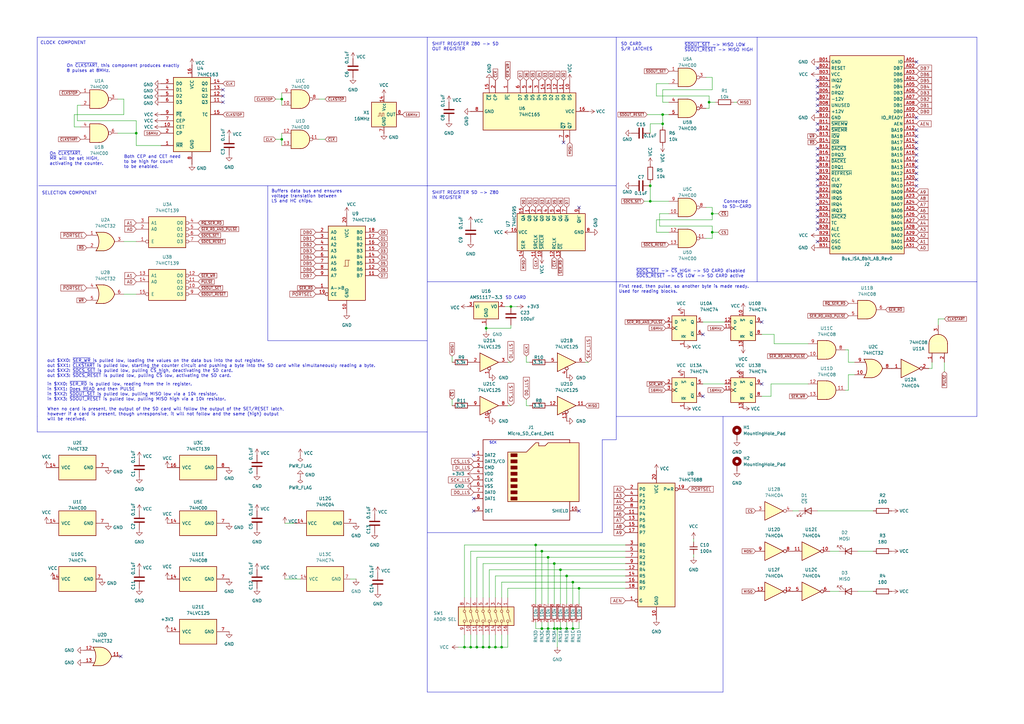
<source format=kicad_sch>
(kicad_sch (version 20250114) (generator "eeschema") (generator_version "9.0")
  (paper "A3")
  (title_block (title "ISA-TO-SDCARD") (date "2025-08-17") (rev "rev0"))
  (lib_symbols
    (symbol "74xx:74HC00" (pin_names (offset 1.016))
      (property "Reference" "U" (at 0 1.27 0))
      (property "Value" "74HC00" (at 0 -1.27 0))
      (symbol "74HC00_1_1"
        (pin input line (at -7.62 2.54 0) (length 3.81) (name "~") (number "1"))
        (pin input line (at -7.62 -2.54 0) (length 3.81) (name "~") (number "2"))
        (pin output inverted (at 7.62 0 180) (length 3.81) (name "~") (number "3"))
      )
      (symbol "74HC00_1_2"
        (pin input inverted (at -7.62 2.54 0) (length 4.318) (name "~") (number "1"))
        (pin input inverted (at -7.62 -2.54 0) (length 4.318) (name "~") (number "2"))
        (pin output line (at 7.62 0 180) (length 3.81) (name "~") (number "3"))
      )
      (symbol "74HC00_2_1"
        (pin input line (at -7.62 2.54 0) (length 3.81) (name "~") (number "4"))
        (pin input line (at -7.62 -2.54 0) (length 3.81) (name "~") (number "5"))
        (pin output inverted (at 7.62 0 180) (length 3.81) (name "~") (number "6"))
      )
      (symbol "74HC00_2_2"
        (pin input inverted (at -7.62 2.54 0) (length 4.318) (name "~") (number "4"))
        (pin input inverted (at -7.62 -2.54 0) (length 4.318) (name "~") (number "5"))
        (pin output line (at 7.62 0 180) (length 3.81) (name "~") (number "6"))
      )
      (symbol "74HC00_3_1"
        (pin input line (at -7.62 2.54 0) (length 3.81) (name "~") (number "9"))
        (pin input line (at -7.62 -2.54 0) (length 3.81) (name "~") (number "10"))
        (pin output inverted (at 7.62 0 180) (length 3.81) (name "~") (number "8"))
      )
      (symbol "74HC00_3_2"
        (pin input inverted (at -7.62 2.54 0) (length 4.318) (name "~") (number "9"))
        (pin input inverted (at -7.62 -2.54 0) (length 4.318) (name "~") (number "10"))
        (pin output line (at 7.62 0 180) (length 3.81) (name "~") (number "8"))
      )
      (symbol "74HC00_4_1"
        (pin input line (at -7.62 2.54 0) (length 3.81) (name "~") (number "12"))
        (pin input line (at -7.62 -2.54 0) (length 3.81) (name "~") (number "13"))
        (pin output inverted (at 7.62 0 180) (length 3.81) (name "~") (number "11"))
      )
      (symbol "74HC00_4_2"
        (pin input inverted (at -7.62 2.54 0) (length 4.318) (name "~") (number "12"))
        (pin input inverted (at -7.62 -2.54 0) (length 4.318) (name "~") (number "13"))
        (pin output line (at 7.62 0 180) (length 3.81) (name "~") (number "11"))
      )
      (symbol "74HC00_5_0"
        (pin power_in line (at 0 12.7 270) (length 5.08) (name "VCC") (number "14"))
        (pin power_in line (at 0 -12.7 90) (length 5.08) (name "GND") (number "7"))
      )
    )
    (symbol "74xx:74HC04"
      (property "Reference" "U" (at 0 1.27 0))
      (property "Value" "74HC04" (at 0 -1.27 0))
      (symbol "74HC04_1_0"
        (pin input line (at -7.62 0 0) (length 3.81) (name "~") (number "1"))
        (pin output inverted (at 7.62 0 180) (length 3.81) (name "~") (number "2"))
      )
      (symbol "74HC04_2_0"
        (pin input line (at -7.62 0 0) (length 3.81) (name "~") (number "3"))
        (pin output inverted (at 7.62 0 180) (length 3.81) (name "~") (number "4"))
      )
      (symbol "74HC04_3_0"
        (pin input line (at -7.62 0 0) (length 3.81) (name "~") (number "5"))
        (pin output inverted (at 7.62 0 180) (length 3.81) (name "~") (number "6"))
      )
      (symbol "74HC04_4_0"
        (pin input line (at -7.62 0 0) (length 3.81) (name "~") (number "9"))
        (pin output inverted (at 7.62 0 180) (length 3.81) (name "~") (number "8"))
      )
      (symbol "74HC04_5_0"
        (pin input line (at -7.62 0 0) (length 3.81) (name "~") (number "11"))
        (pin output inverted (at 7.62 0 180) (length 3.81) (name "~") (number "10"))
      )
      (symbol "74HC04_6_0"
        (pin input line (at -7.62 0 0) (length 3.81) (name "~") (number "13"))
        (pin output inverted (at 7.62 0 180) (length 3.81) (name "~") (number "12"))
      )
      (symbol "74HC04_7_0"
        (pin power_in line (at 0 12.7 270) (length 5.08) (name "VCC") (number "14"))
        (pin power_in line (at 0 -12.7 90) (length 5.08) (name "GND") (number "7"))
      )
    )
    (symbol "74xx:74HC245" (pin_names (offset 1.016))
      (property "Reference" "U" (at -7.62 16.51 0))
      (property "Value" "74HC245" (at -7.62 -16.51 0))
      (symbol "74HC245_1_0"
        (pin tri_state line (at -12.7 12.7 0) (length 5.08) (name "A0") (number "2"))
        (pin tri_state line (at -12.7 10.16 0) (length 5.08) (name "A1") (number "3"))
        (pin tri_state line (at -12.7 7.62 0) (length 5.08) (name "A2") (number "4"))
        (pin tri_state line (at -12.7 5.08 0) (length 5.08) (name "A3") (number "5"))
        (pin tri_state line (at -12.7 2.54 0) (length 5.08) (name "A4") (number "6"))
        (pin tri_state line (at -12.7 0 0) (length 5.08) (name "A5") (number "7"))
        (pin tri_state line (at -12.7 -2.54 0) (length 5.08) (name "A6") (number "8"))
        (pin tri_state line (at -12.7 -5.08 0) (length 5.08) (name "A7") (number "9"))
        (pin input line (at -12.7 -10.16 0) (length 5.08) (name "A->B") (number "1"))
        (pin input inverted (at -12.7 -12.7 0) (length 5.08) (name "CE") (number "19"))
        (pin power_in line (at 0 20.32 270) (length 5.08) (name "VCC") (number "20"))
        (pin power_in line (at 0 -20.32 90) (length 5.08) (name "GND") (number "10"))
        (pin tri_state line (at 12.7 12.7 180) (length 5.08) (name "B0") (number "18"))
        (pin tri_state line (at 12.7 10.16 180) (length 5.08) (name "B1") (number "17"))
        (pin tri_state line (at 12.7 7.62 180) (length 5.08) (name "B2") (number "16"))
        (pin tri_state line (at 12.7 5.08 180) (length 5.08) (name "B3") (number "15"))
        (pin tri_state line (at 12.7 2.54 180) (length 5.08) (name "B4") (number "14"))
        (pin tri_state line (at 12.7 0 180) (length 5.08) (name "B5") (number "13"))
        (pin tri_state line (at 12.7 -2.54 180) (length 5.08) (name "B6") (number "12"))
        (pin tri_state line (at 12.7 -5.08 180) (length 5.08) (name "B7") (number "11"))
      )
    )
    (symbol "74xx:74HC74" (pin_names (offset 1.016))
      (property "Reference" "U" (at -7.62 8.89 0))
      (property "Value" "74HC74" (at -7.62 -8.89 0))
      (symbol "74HC74_1_0"
        (pin input line (at -7.62 2.54 0) (length 2.54) (name "D") (number "2"))
        (pin input clock (at -7.62 0 0) (length 2.54) (name "C") (number "3"))
        (pin input line (at 0 7.62 270) (length 2.54) (name "~{S}") (number "4"))
        (pin input line (at 0 -7.62 90) (length 2.54) (name "~{R}") (number "1"))
        (pin output line (at 7.62 2.54 180) (length 2.54) (name "Q") (number "5"))
        (pin output line (at 7.62 -2.54 180) (length 2.54) (name "~{Q}") (number "6"))
      )
      (symbol "74HC74_2_0"
        (pin input line (at -7.62 2.54 0) (length 2.54) (name "D") (number "12"))
        (pin input clock (at -7.62 0 0) (length 2.54) (name "C") (number "11"))
        (pin input line (at 0 7.62 270) (length 2.54) (name "~{S}") (number "10"))
        (pin input line (at 0 -7.62 90) (length 2.54) (name "~{R}") (number "13"))
        (pin output line (at 7.62 2.54 180) (length 2.54) (name "Q") (number "9"))
        (pin output line (at 7.62 -2.54 180) (length 2.54) (name "~{Q}") (number "8"))
      )
      (symbol "74HC74_3_0"
        (pin power_in line (at 0 10.16 270) (length 2.54) (name "VCC") (number "14"))
        (pin power_in line (at 0 -10.16 90) (length 2.54) (name "GND") (number "7"))
      )
    )
    (symbol "74xx:74HCT688"
      (property "Reference" "U" (at -7.62 26.67 0))
      (property "Value" "74HCT688" (at -7.62 -26.67 0))
      (symbol "74HCT688_1_0"
        (pin input line (at -12.7 22.86 0) (length 5.08) (name "P0") (number "2"))
        (pin input line (at -12.7 20.32 0) (length 5.08) (name "P1") (number "4"))
        (pin input line (at -12.7 17.78 0) (length 5.08) (name "P2") (number "6"))
        (pin input line (at -12.7 15.24 0) (length 5.08) (name "P3") (number "8"))
        (pin input line (at -12.7 12.7 0) (length 5.08) (name "P4") (number "11"))
        (pin input line (at -12.7 10.16 0) (length 5.08) (name "P5") (number "13"))
        (pin input line (at -12.7 7.62 0) (length 5.08) (name "P6") (number "15"))
        (pin input line (at -12.7 5.08 0) (length 5.08) (name "P7") (number "17"))
        (pin input line (at -12.7 0 0) (length 5.08) (name "R0") (number "3"))
        (pin input line (at -12.7 -2.54 0) (length 5.08) (name "R1") (number "5"))
        (pin input line (at -12.7 -5.08 0) (length 5.08) (name "R2") (number "7"))
        (pin input line (at -12.7 -7.62 0) (length 5.08) (name "R3") (number "9"))
        (pin input line (at -12.7 -10.16 0) (length 5.08) (name "R4") (number "12"))
        (pin input line (at -12.7 -12.7 0) (length 5.08) (name "R5") (number "14"))
        (pin input line (at -12.7 -15.24 0) (length 5.08) (name "R6") (number "16"))
        (pin input line (at -12.7 -17.78 0) (length 5.08) (name "R7") (number "18"))
        (pin input inverted (at -12.7 -22.86 0) (length 5.08) (name "G") (number "1"))
        (pin power_in line (at 0 30.48 270) (length 5.08) (name "VCC") (number "20"))
        (pin power_in line (at 0 -30.48 90) (length 5.08) (name "GND") (number "10"))
        (pin output inverted (at 12.7 22.86 180) (length 5.08) (name "P=R") (number "19"))
      )
    )
    (symbol "74xx:74LS08" (pin_names (offset 1.016))
      (property "Reference" "U" (at 0 1.27 0))
      (property "Value" "74LS08" (at 0 -1.27 0))
      (symbol "74LS08_1_1"
        (pin input line (at -7.62 2.54 0) (length 3.81) (name "~") (number "1"))
        (pin input line (at -7.62 -2.54 0) (length 3.81) (name "~") (number "2"))
        (pin output line (at 7.62 0 180) (length 3.81) (name "~") (number "3"))
      )
      (symbol "74LS08_1_2"
        (pin input inverted (at -7.62 2.54 0) (length 4.318) (name "~") (number "1"))
        (pin input inverted (at -7.62 -2.54 0) (length 4.318) (name "~") (number "2"))
        (pin output inverted (at 7.62 0 180) (length 3.81) (name "~") (number "3"))
      )
      (symbol "74LS08_2_1"
        (pin input line (at -7.62 2.54 0) (length 3.81) (name "~") (number "4"))
        (pin input line (at -7.62 -2.54 0) (length 3.81) (name "~") (number "5"))
        (pin output line (at 7.62 0 180) (length 3.81) (name "~") (number "6"))
      )
      (symbol "74LS08_2_2"
        (pin input inverted (at -7.62 2.54 0) (length 4.318) (name "~") (number "4"))
        (pin input inverted (at -7.62 -2.54 0) (length 4.318) (name "~") (number "5"))
        (pin output inverted (at 7.62 0 180) (length 3.81) (name "~") (number "6"))
      )
      (symbol "74LS08_3_1"
        (pin input line (at -7.62 2.54 0) (length 3.81) (name "~") (number "9"))
        (pin input line (at -7.62 -2.54 0) (length 3.81) (name "~") (number "10"))
        (pin output line (at 7.62 0 180) (length 3.81) (name "~") (number "8"))
      )
      (symbol "74LS08_3_2"
        (pin input inverted (at -7.62 2.54 0) (length 4.318) (name "~") (number "9"))
        (pin input inverted (at -7.62 -2.54 0) (length 4.318) (name "~") (number "10"))
        (pin output inverted (at 7.62 0 180) (length 3.81) (name "~") (number "8"))
      )
      (symbol "74LS08_4_1"
        (pin input line (at -7.62 2.54 0) (length 3.81) (name "~") (number "12"))
        (pin input line (at -7.62 -2.54 0) (length 3.81) (name "~") (number "13"))
        (pin output line (at 7.62 0 180) (length 3.81) (name "~") (number "11"))
      )
      (symbol "74LS08_4_2"
        (pin input inverted (at -7.62 2.54 0) (length 4.318) (name "~") (number "12"))
        (pin input inverted (at -7.62 -2.54 0) (length 4.318) (name "~") (number "13"))
        (pin output inverted (at 7.62 0 180) (length 3.81) (name "~") (number "11"))
      )
      (symbol "74LS08_5_0"
        (pin power_in line (at 0 12.7 270) (length 5.08) (name "VCC") (number "14"))
        (pin power_in line (at 0 -12.7 90) (length 5.08) (name "GND") (number "7"))
      )
    )
    (symbol "74xx:74LS139" (pin_names (offset 1.016))
      (property "Reference" "U" (at -7.62 8.89 0))
      (property "Value" "74LS139" (at -7.62 -8.89 0))
      (symbol "74LS139_1_0"
        (pin input line (at -12.7 2.54 0) (length 5.08) (name "A1") (number "3"))
        (pin input line (at -12.7 0 0) (length 5.08) (name "A0") (number "2"))
        (pin input inverted (at -12.7 -5.08 0) (length 5.08) (name "E") (number "1"))
        (pin output inverted (at 12.7 2.54 180) (length 5.08) (name "O0") (number "4"))
        (pin output inverted (at 12.7 0 180) (length 5.08) (name "O1") (number "5"))
        (pin output inverted (at 12.7 -2.54 180) (length 5.08) (name "O2") (number "6"))
        (pin output inverted (at 12.7 -5.08 180) (length 5.08) (name "O3") (number "7"))
      )
      (symbol "74LS139_2_0"
        (pin input line (at -12.7 2.54 0) (length 5.08) (name "A1") (number "13"))
        (pin input line (at -12.7 0 0) (length 5.08) (name "A0") (number "14"))
        (pin input inverted (at -12.7 -5.08 0) (length 5.08) (name "E") (number "15"))
        (pin output inverted (at 12.7 2.54 180) (length 5.08) (name "O0") (number "12"))
        (pin output inverted (at 12.7 0 180) (length 5.08) (name "O1") (number "11"))
        (pin output inverted (at 12.7 -2.54 180) (length 5.08) (name "O2") (number "10"))
        (pin output inverted (at 12.7 -5.08 180) (length 5.08) (name "O3") (number "9"))
      )
      (symbol "74LS139_3_0"
        (pin power_in line (at 0 12.7 270) (length 5.08) (name "VCC") (number "16"))
        (pin power_in line (at 0 -12.7 90) (length 5.08) (name "GND") (number "8"))
      )
    )
    (symbol "74xx:74LS163" (pin_names (offset 1.016))
      (property "Reference" "U" (at -7.62 16.51 0))
      (property "Value" "74LS163" (at -7.62 -16.51 0))
      (symbol "74LS163_1_0"
        (pin input line (at -12.7 12.7 0) (length 5.08) (name "D0") (number "3"))
        (pin input line (at -12.7 10.16 0) (length 5.08) (name "D1") (number "4"))
        (pin input line (at -12.7 7.62 0) (length 5.08) (name "D2") (number "5"))
        (pin input line (at -12.7 5.08 0) (length 5.08) (name "D3") (number "6"))
        (pin input line (at -12.7 0 0) (length 5.08) (name "~{PE}") (number "9"))
        (pin input line (at -12.7 -2.54 0) (length 5.08) (name "CEP") (number "7"))
        (pin input line (at -12.7 -5.08 0) (length 5.08) (name "CET") (number "10"))
        (pin input line (at -12.7 -7.62 0) (length 5.08) (name "CP") (number "2"))
        (pin input line (at -12.7 -12.7 0) (length 5.08) (name "~{MR}") (number "1"))
        (pin power_in line (at 0 20.32 270) (length 5.08) (name "VCC") (number "16"))
        (pin power_in line (at 0 -20.32 90) (length 5.08) (name "GND") (number "8"))
        (pin output line (at 12.7 12.7 180) (length 5.08) (name "Q0") (number "14"))
        (pin output line (at 12.7 10.16 180) (length 5.08) (name "Q1") (number "13"))
        (pin output line (at 12.7 7.62 180) (length 5.08) (name "Q2") (number "12"))
        (pin output line (at 12.7 5.08 180) (length 5.08) (name "Q3") (number "11"))
        (pin output line (at 12.7 0 180) (length 5.08) (name "TC") (number "15"))
      )
    )
    (symbol "74xx:74LS165"
      (property "Reference" "U" (at -7.62 19.05 0))
      (property "Value" "74LS165" (at -7.62 -21.59 0))
      (symbol "74LS165_1_0"
        (pin input line (at -12.7 15.24 0) (length 5.08) (name "DS") (number "10"))
        (pin input line (at -12.7 12.7 0) (length 5.08) (name "D0") (number "11"))
        (pin input line (at -12.7 10.16 0) (length 5.08) (name "D1") (number "12"))
        (pin input line (at -12.7 7.62 0) (length 5.08) (name "D2") (number "13"))
        (pin input line (at -12.7 5.08 0) (length 5.08) (name "D3") (number "14"))
        (pin input line (at -12.7 2.54 0) (length 5.08) (name "D4") (number "3"))
        (pin input line (at -12.7 0 0) (length 5.08) (name "D5") (number "4"))
        (pin input line (at -12.7 -2.54 0) (length 5.08) (name "D6") (number "5"))
        (pin input line (at -12.7 -5.08 0) (length 5.08) (name "D7") (number "6"))
        (pin input line (at -12.7 -10.16 0) (length 5.08) (name "~{PL}") (number "1"))
        (pin input line (at -12.7 -15.24 0) (length 5.08) (name "CP") (number "2"))
        (pin input line (at -12.7 -17.78 0) (length 5.08) (name "~{CE}") (number "15"))
        (pin power_in line (at 0 22.86 270) (length 5.08) (name "VCC") (number "16"))
        (pin power_in line (at 0 -25.4 90) (length 5.08) (name "GND") (number "8"))
        (pin output line (at 12.7 15.24 180) (length 5.08) (name "Q7") (number "9"))
        (pin output line (at 12.7 12.7 180) (length 5.08) (name "~{Q7}") (number "7"))
      )
    )
    (symbol "74xx:74LS32" (pin_names (offset 1.016))
      (property "Reference" "U" (at 0 1.27 0))
      (property "Value" "74LS32" (at 0 -1.27 0))
      (symbol "74LS32_1_1"
        (pin input line (at -7.62 2.54 0) (length 4.318) (name "~") (number "1"))
        (pin input line (at -7.62 -2.54 0) (length 4.318) (name "~") (number "2"))
        (pin output line (at 7.62 0 180) (length 3.81) (name "~") (number "3"))
      )
      (symbol "74LS32_1_2"
        (pin input inverted (at -7.62 2.54 0) (length 3.81) (name "~") (number "1"))
        (pin input inverted (at -7.62 -2.54 0) (length 3.81) (name "~") (number "2"))
        (pin output inverted (at 7.62 0 180) (length 3.81) (name "~") (number "3"))
      )
      (symbol "74LS32_2_1"
        (pin input line (at -7.62 2.54 0) (length 4.318) (name "~") (number "4"))
        (pin input line (at -7.62 -2.54 0) (length 4.318) (name "~") (number "5"))
        (pin output line (at 7.62 0 180) (length 3.81) (name "~") (number "6"))
      )
      (symbol "74LS32_2_2"
        (pin input inverted (at -7.62 2.54 0) (length 3.81) (name "~") (number "4"))
        (pin input inverted (at -7.62 -2.54 0) (length 3.81) (name "~") (number "5"))
        (pin output inverted (at 7.62 0 180) (length 3.81) (name "~") (number "6"))
      )
      (symbol "74LS32_3_1"
        (pin input line (at -7.62 2.54 0) (length 4.318) (name "~") (number "9"))
        (pin input line (at -7.62 -2.54 0) (length 4.318) (name "~") (number "10"))
        (pin output line (at 7.62 0 180) (length 3.81) (name "~") (number "8"))
      )
      (symbol "74LS32_3_2"
        (pin input inverted (at -7.62 2.54 0) (length 3.81) (name "~") (number "9"))
        (pin input inverted (at -7.62 -2.54 0) (length 3.81) (name "~") (number "10"))
        (pin output inverted (at 7.62 0 180) (length 3.81) (name "~") (number "8"))
      )
      (symbol "74LS32_4_1"
        (pin input line (at -7.62 2.54 0) (length 4.318) (name "~") (number "12"))
        (pin input line (at -7.62 -2.54 0) (length 4.318) (name "~") (number "13"))
        (pin output line (at 7.62 0 180) (length 3.81) (name "~") (number "11"))
      )
      (symbol "74LS32_4_2"
        (pin input inverted (at -7.62 2.54 0) (length 3.81) (name "~") (number "12"))
        (pin input inverted (at -7.62 -2.54 0) (length 3.81) (name "~") (number "13"))
        (pin output inverted (at 7.62 0 180) (length 3.81) (name "~") (number "11"))
      )
      (symbol "74LS32_5_0"
        (pin power_in line (at 0 12.7 270) (length 5.08) (name "VCC") (number "14"))
        (pin power_in line (at 0 -12.7 90) (length 5.08) (name "GND") (number "7"))
      )
    )
    (symbol "74xx:74LS595"
      (property "Reference" "U" (at -7.62 13.97 0))
      (property "Value" "74LS595" (at -7.62 -16.51 0))
      (symbol "74LS595_1_0"
        (pin input line (at -10.16 10.16 0) (length 2.54) (name "SER") (number "14"))
        (pin input line (at -10.16 5.08 0) (length 2.54) (name "SRCLK") (number "11"))
        (pin input line (at -10.16 2.54 0) (length 2.54) (name "~{SRCLR}") (number "10"))
        (pin input line (at -10.16 -2.54 0) (length 2.54) (name "RCLK") (number "12"))
        (pin input line (at -10.16 -5.08 0) (length 2.54) (name "~{OE}") (number "13"))
        (pin power_in line (at 0 15.24 270) (length 2.54) (name "VCC") (number "16"))
        (pin power_in line (at 0 -17.78 90) (length 2.54) (name "GND") (number "8"))
        (pin tri_state line (at 10.16 10.16 180) (length 2.54) (name "QA") (number "15"))
        (pin tri_state line (at 10.16 7.62 180) (length 2.54) (name "QB") (number "1"))
        (pin tri_state line (at 10.16 5.08 180) (length 2.54) (name "QC") (number "2"))
        (pin tri_state line (at 10.16 2.54 180) (length 2.54) (name "QD") (number "3"))
        (pin tri_state line (at 10.16 0 180) (length 2.54) (name "QE") (number "4"))
        (pin tri_state line (at 10.16 -2.54 180) (length 2.54) (name "QF") (number "5"))
        (pin tri_state line (at 10.16 -5.08 180) (length 2.54) (name "QG") (number "6"))
        (pin tri_state line (at 10.16 -7.62 180) (length 2.54) (name "QH") (number "7"))
        (pin output line (at 10.16 -12.7 180) (length 2.54) (name "QH'") (number "9"))
      )
    )
    (symbol "74xx:74LVC125" (pin_names (offset 1.016))
      (property "Reference" "U" (at 0 1.27 0))
      (property "Value" "74LVC125" (at 0 -1.27 0))
      (symbol "74LVC125_1_0"
        (pin input line (at -7.62 0 0) (length 3.81) (name "~") (number "2"))
        (pin input inverted (at 0 -6.35 90) (length 4.445) (name "~") (number "1"))
        (pin tri_state line (at 7.62 0 180) (length 3.81) (name "~") (number "3"))
      )
      (symbol "74LVC125_2_0"
        (pin input line (at -7.62 0 0) (length 3.81) (name "~") (number "5"))
        (pin input inverted (at 0 -6.35 90) (length 4.445) (name "~") (number "4"))
        (pin tri_state line (at 7.62 0 180) (length 3.81) (name "~") (number "6"))
      )
      (symbol "74LVC125_3_0"
        (pin input line (at -7.62 0 0) (length 3.81) (name "~") (number "9"))
        (pin input inverted (at 0 -6.35 90) (length 4.445) (name "~") (number "10"))
        (pin tri_state line (at 7.62 0 180) (length 3.81) (name "~") (number "8"))
      )
      (symbol "74LVC125_4_0"
        (pin input line (at -7.62 0 0) (length 3.81) (name "~") (number "12"))
        (pin input inverted (at 0 -6.35 90) (length 4.445) (name "~") (number "13"))
        (pin tri_state line (at 7.62 0 180) (length 3.81) (name "~") (number "11"))
      )
      (symbol "74LVC125_5_0"
        (pin power_in line (at 0 12.7 270) (length 5.08) (name "VCC") (number "14"))
        (pin power_in line (at 0 -12.7 90) (length 5.08) (name "GND") (number "7"))
      )
    )
    (symbol "Connector:Bus_ISA_8bit_AB_Rev0"
      (property "Reference" "J" (at 0 42.545 0))
      (property "Value" "Connector_Bus_ISA_8bit_AB_Rev0" (at 0 -42.545 0))
      (symbol "Bus_ISA_8bit_AB_Rev0_1_1"
        (pin power_in line (at -20.32 38.1 0) (length 5.08) (name "GND") (number "B01"))
        (pin output line (at -20.32 35.56 0) (length 5.08) (name "RESET") (number "B02"))
        (pin power_in line (at -20.32 33.02 0) (length 5.08) (name "VCC") (number "B03"))
        (pin passive line (at -20.32 30.48 0) (length 5.08) (name "INQ2") (number "B04"))
        (pin power_in line (at -20.32 27.94 0) (length 5.08) (name "-5V") (number "B05"))
        (pin passive line (at -20.32 25.4 0) (length 5.08) (name "DRQ2") (number "B06"))
        (pin power_in line (at -20.32 22.86 0) (length 5.08) (name "-12V") (number "B07"))
        (pin passive line (at -20.32 20.32 0) (length 5.08) (name "UNUSED") (number "B08"))
        (pin power_in line (at -20.32 17.78 0) (length 5.08) (name "+12V") (number "B09"))
        (pin power_in line (at -20.32 15.24 0) (length 5.08) (name "GND") (number "B10"))
        (pin output line (at -20.32 12.7 0) (length 5.08) (name "~{SMEMW}") (number "B11"))
        (pin output line (at -20.32 10.16 0) (length 5.08) (name "~{SMEMR}") (number "B12"))
        (pin output line (at -20.32 7.62 0) (length 5.08) (name "~{IOW}") (number "B13"))
        (pin output line (at -20.32 5.08 0) (length 5.08) (name "~{IOR}") (number "B14"))
        (pin passive line (at -20.32 2.54 0) (length 5.08) (name "~{DACK3}") (number "B15"))
        (pin passive line (at -20.32 0 0) (length 5.08) (name "DRQ3") (number "B16"))
        (pin passive line (at -20.32 -2.54 0) (length 5.08) (name "~{DACK1}") (number "B17"))
        (pin passive line (at -20.32 -5.08 0) (length 5.08) (name "DRQ1") (number "B18"))
        (pin passive line (at -20.32 -7.62 0) (length 5.08) (name "~{REFRESH}") (number "B19"))
        (pin output line (at -20.32 -10.16 0) (length 5.08) (name "CLK") (number "B20"))
        (pin passive line (at -20.32 -12.7 0) (length 5.08) (name "IRQ7") (number "B21"))
        (pin passive line (at -20.32 -15.24 0) (length 5.08) (name "IRQ6") (number "B22"))
        (pin passive line (at -20.32 -17.78 0) (length 5.08) (name "IRQ5") (number "B23"))
        (pin passive line (at -20.32 -20.32 0) (length 5.08) (name "IRQ4") (number "B24"))
        (pin passive line (at -20.32 -22.86 0) (length 5.08) (name "IRQ3") (number "B25"))
        (pin passive line (at -20.32 -25.4 0) (length 5.08) (name "~{DACK2}") (number "B26"))
        (pin passive line (at -20.32 -27.94 0) (length 5.08) (name "TC") (number "B27"))
        (pin output line (at -20.32 -30.48 0) (length 5.08) (name "ALE") (number "B28"))
        (pin power_in line (at -20.32 -33.02 0) (length 5.08) (name "VCC") (number "B29"))
        (pin output line (at -20.32 -35.56 0) (length 5.08) (name "OSC") (number "B30"))
        (pin power_in line (at -20.32 -38.1 0) (length 5.08) (name "GND") (number "B31"))
        (pin passive line (at 20.32 38.1 180) (length 5.08) (name "IO") (number "A01"))
        (pin tri_state line (at 20.32 35.56 180) (length 5.08) (name "DB7") (number "A02"))
        (pin tri_state line (at 20.32 33.02 180) (length 5.08) (name "DB6") (number "A03"))
        (pin tri_state line (at 20.32 30.48 180) (length 5.08) (name "DB5") (number "A04"))
        (pin tri_state line (at 20.32 27.94 180) (length 5.08) (name "DB4") (number "A05"))
        (pin tri_state line (at 20.32 25.4 180) (length 5.08) (name "DB3") (number "A06"))
        (pin tri_state line (at 20.32 22.86 180) (length 5.08) (name "DB2") (number "A07"))
        (pin tri_state line (at 20.32 20.32 180) (length 5.08) (name "DB1") (number "A08"))
        (pin tri_state line (at 20.32 17.78 180) (length 5.08) (name "DB0") (number "A09"))
        (pin passive line (at 20.32 15.24 180) (length 5.08) (name "IO_READY") (number "A10"))
        (pin output line (at 20.32 12.7 180) (length 5.08) (name "AEN") (number "A11"))
        (pin tri_state line (at 20.32 10.16 180) (length 5.08) (name "BA19") (number "A12"))
        (pin tri_state line (at 20.32 7.62 180) (length 5.08) (name "BA18") (number "A13"))
        (pin tri_state line (at 20.32 5.08 180) (length 5.08) (name "BA17") (number "A14"))
        (pin tri_state line (at 20.32 2.54 180) (length 5.08) (name "BA16") (number "A15"))
        (pin tri_state line (at 20.32 0 180) (length 5.08) (name "BA15") (number "A16"))
        (pin tri_state line (at 20.32 -2.54 180) (length 5.08) (name "BA14") (number "A17"))
        (pin tri_state line (at 20.32 -5.08 180) (length 5.08) (name "BA13") (number "A18"))
        (pin tri_state line (at 20.32 -7.62 180) (length 5.08) (name "BA12") (number "A19"))
        (pin tri_state line (at 20.32 -10.16 180) (length 5.08) (name "BA11") (number "A20"))
        (pin tri_state line (at 20.32 -12.7 180) (length 5.08) (name "BA10") (number "A21"))
        (pin tri_state line (at 20.32 -15.24 180) (length 5.08) (name "BA09") (number "A22"))
        (pin tri_state line (at 20.32 -17.78 180) (length 5.08) (name "BA08") (number "A23"))
        (pin tri_state line (at 20.32 -20.32 180) (length 5.08) (name "BA07") (number "A24"))
        (pin tri_state line (at 20.32 -22.86 180) (length 5.08) (name "BA06") (number "A25"))
        (pin tri_state line (at 20.32 -25.4 180) (length 5.08) (name "BA05") (number "A26"))
        (pin tri_state line (at 20.32 -27.94 180) (length 5.08) (name "BA04") (number "A27"))
        (pin tri_state line (at 20.32 -30.48 180) (length 5.08) (name "BA03") (number "A28"))
        (pin tri_state line (at 20.32 -33.02 180) (length 5.08) (name "BA02") (number "A29"))
        (pin tri_state line (at 20.32 -35.56 180) (length 5.08) (name "BA01") (number "A30"))
        (pin tri_state line (at 20.32 -38.1 180) (length 5.08) (name "BA00") (number "A31"))
      )
    )
    (symbol "Connector:Micro_SD_Card_Det1"
      (property "Reference" "J" (at -16.51 17.78 0))
      (property "Value" "Micro_SD_Card_Det1" (at 16.51 17.78 0))
      (symbol "Micro_SD_Card_Det1_1_1"
        (pin bidirectional line (at -22.86 10.16 0) (length 3.81) (name "DAT2") (number "1"))
        (pin bidirectional line (at -22.86 7.62 0) (length 3.81) (name "DAT3/CD") (number "2"))
        (pin input line (at -22.86 5.08 0) (length 3.81) (name "CMD") (number "3"))
        (pin power_in line (at -22.86 2.54 0) (length 3.81) (name "VDD") (number "4"))
        (pin input line (at -22.86 0 0) (length 3.81) (name "CLK") (number "5"))
        (pin power_in line (at -22.86 -2.54 0) (length 3.81) (name "VSS") (number "6"))
        (pin bidirectional line (at -22.86 -5.08 0) (length 3.81) (name "DAT0") (number "7"))
        (pin bidirectional line (at -22.86 -7.62 0) (length 3.81) (name "DAT1") (number "8"))
        (pin passive line (at -22.86 -12.7 0) (length 3.81) (name "DET") (number "9"))
        (pin passive line (at 20.32 -12.7 180) (length 3.81) (name "SHIELD") (number "10"))
      )
    )
    (symbol "Device:C" (pin_numbers (hide yes)) (pin_names (offset 0.254))
      (property "Reference" "C" (at 0.635 2.54 0))
      (property "Value" "C" (at 0.635 -2.54 0))
      (symbol "C_1_1"
        (pin passive line (at 0 3.81 270) (length 2.794) (name "~") (number "1"))
        (pin passive line (at 0 -3.81 90) (length 2.794) (name "~") (number "2"))
      )
    )
    (symbol "Device:C_Small" (pin_numbers (hide yes)) (pin_names (offset 0.254) (hide yes))
      (property "Reference" "C" (at 0.254 1.778 0))
      (property "Value" "C_Small" (at 0.254 -2.032 0))
      (symbol "C_Small_1_1"
        (pin passive line (at 0 2.54 270) (length 2.032) (name "~") (number "1"))
        (pin passive line (at 0 -2.54 90) (length 2.032) (name "~") (number "2"))
      )
    )
    (symbol "Device:LED" (pin_numbers (hide yes)) (pin_names (offset 1.016) (hide yes))
      (property "Reference" "D" (at 0 2.54 0))
      (property "Value" "LED" (at 0 -2.54 0))
      (symbol "LED_1_1"
        (pin passive line (at -3.81 0 0) (length 2.54) (name "K") (number "1"))
        (pin passive line (at 3.81 0 180) (length 2.54) (name "A") (number "2"))
      )
    )
    (symbol "Device:R" (pin_numbers (hide yes)) (pin_names (offset 0))
      (property "Reference" "R" (at 2.032 0 90))
      (property "Value" "R" (at 0 0 90))
      (symbol "R_1_1"
        (pin passive line (at 0 3.81 270) (length 1.27) (name "~") (number "1"))
        (pin passive line (at 0 -3.81 90) (length 1.27) (name "~") (number "2"))
      )
    )
    (symbol "Device:R_Pack04_Split" (pin_names (offset 0) (hide yes))
      (property "Reference" "RN" (at 2.032 0 90))
      (property "Value" "R_Pack04_Split" (at 0 0 90))
      (symbol "R_Pack04_Split_1_1"
        (pin passive line (at 0 3.81 270) (length 1.27) (name "R1.2") (number "8"))
        (pin passive line (at 0 -3.81 90) (length 1.27) (name "R1.1") (number "1"))
      )
      (symbol "R_Pack04_Split_2_1"
        (pin passive line (at 0 3.81 270) (length 1.27) (name "R2.2") (number "7"))
        (pin passive line (at 0 -3.81 90) (length 1.27) (name "R2.1") (number "2"))
      )
      (symbol "R_Pack04_Split_3_1"
        (pin passive line (at 0 3.81 270) (length 1.27) (name "R3.2") (number "6"))
        (pin passive line (at 0 -3.81 90) (length 1.27) (name "R3.1") (number "3"))
      )
      (symbol "R_Pack04_Split_4_1"
        (pin passive line (at 0 3.81 270) (length 1.27) (name "R4.2") (number "5"))
        (pin passive line (at 0 -3.81 90) (length 1.27) (name "R4.1") (number "4"))
      )
    )
    (symbol "Mechanical:MountingHole_Pad" (pin_numbers (hide yes)) (pin_names (offset 1.016) (hide yes)) (in_bom no)
      (property "Reference" "H" (at 0 6.35 0))
      (property "Value" "MountingHole_Pad" (at 0 4.445 0))
      (symbol "MountingHole_Pad_1_1"
        (pin input line (at 0 -2.54 90) (length 2.54) (name "1") (number "1"))
      )
    )
    (symbol "Oscillator:TCXO-14" (pin_names (offset 0.254))
      (property "Reference" "Y" (at -5.08 6.35 0))
      (property "Value" "TCXO-14" (at 1.27 -6.35 0))
      (symbol "TCXO-14_1_1"
        (pin no_connect line (at -5.08 2.54 0) (length 2.54) (hide yes) (name "NC") (number "1"))
        (pin power_in line (at 0 7.62 270) (length 2.54) (name "Vcc") (number "14"))
        (pin power_in line (at 0 -7.62 90) (length 2.54) (name "GND") (number "7"))
        (pin output line (at 7.62 0 180) (length 2.54) (name "OUT") (number "8"))
      )
    )
    (symbol "Regulator_Linear:AMS1117-3.3"
      (property "Reference" "U" (at -3.81 3.175 0))
      (property "Value" "AMS1117-3.3" (at 0 3.175 0))
      (symbol "AMS1117-3.3_1_1"
        (pin power_in line (at -7.62 0 0) (length 2.54) (name "VI") (number "3"))
        (pin power_in line (at 0 -7.62 90) (length 2.54) (name "GND") (number "1"))
        (pin power_out line (at 7.62 0 180) (length 2.54) (name "VO") (number "2"))
      )
    )
    (symbol "Switch:SW_DIP_x08" (pin_names (offset 0) (hide yes))
      (property "Reference" "SW" (at 0 13.97 0))
      (property "Value" "SW_DIP_x08" (at 0 -11.43 0))
      (symbol "SW_DIP_x08_1_1"
        (pin passive line (at -7.62 10.16 0) (length 5.08) (name "~") (number "1"))
        (pin passive line (at -7.62 7.62 0) (length 5.08) (name "~") (number "2"))
        (pin passive line (at -7.62 5.08 0) (length 5.08) (name "~") (number "3"))
        (pin passive line (at -7.62 2.54 0) (length 5.08) (name "~") (number "4"))
        (pin passive line (at -7.62 0 0) (length 5.08) (name "~") (number "5"))
        (pin passive line (at -7.62 -2.54 0) (length 5.08) (name "~") (number "6"))
        (pin passive line (at -7.62 -5.08 0) (length 5.08) (name "~") (number "7"))
        (pin passive line (at -7.62 -7.62 0) (length 5.08) (name "~") (number "8"))
        (pin passive line (at 7.62 10.16 180) (length 5.08) (name "~") (number "16"))
        (pin passive line (at 7.62 7.62 180) (length 5.08) (name "~") (number "15"))
        (pin passive line (at 7.62 5.08 180) (length 5.08) (name "~") (number "14"))
        (pin passive line (at 7.62 2.54 180) (length 5.08) (name "~") (number "13"))
        (pin passive line (at 7.62 0 180) (length 5.08) (name "~") (number "12"))
        (pin passive line (at 7.62 -2.54 180) (length 5.08) (name "~") (number "11"))
        (pin passive line (at 7.62 -5.08 180) (length 5.08) (name "~") (number "10"))
        (pin passive line (at 7.62 -7.62 180) (length 5.08) (name "~") (number "9"))
      )
    )
    (symbol "power:+3V3" (power) (pin_numbers (hide yes)) (pin_names (offset 0) (hide yes))
      (property "Value" "+3V3" (at 0 3.556 0))
      (symbol "+3V3_1_1"
        (pin power_in line (at 0 0 90) (length 0) (name "~") (number "1"))
      )
    )
    (symbol "power:GND" (power) (pin_numbers (hide yes)) (pin_names (offset 0) (hide yes))
      (property "Value" "GND" (at 0 -3.81 0))
      (symbol "GND_1_1"
        (pin power_in line (at 0 0 270) (length 0) (name "~") (number "1"))
      )
    )
    (symbol "power:PWR_FLAG" (power) (pin_numbers (hide yes)) (pin_names (offset 0) (hide yes))
      (property "Value" "PWR_FLAG" (at 0 3.81 0))
      (symbol "PWR_FLAG_0_0"
        (pin power_out line (at 0 0 90) (length 0) (name "~") (number "1"))
      )
    )
    (symbol "power:VCC" (power) (pin_numbers (hide yes)) (pin_names (offset 0) (hide yes))
      (property "Value" "VCC" (at 0 3.556 0))
      (symbol "VCC_1_1"
        (pin power_in line (at 0 0 90) (length 0) (name "~") (number "1"))
      )
    )
  )
  (text "First read, then pulse, so another byte is made ready.\nUsed for reading blocks." (at 253.746 118.618 0) (effects (font (size 1.27 1.27)) (justify left)))
  (text "SHIFT REGISTER SD -> Z80\nIN REGISTER" (at 177.165 81.915 0) (effects (font (size 1.27 1.27)) (justify left bottom)))
  (text "SD CARD\nS/R LATCHES" (at 254.635 20.955 0) (effects (font (size 1.27 1.27)) (justify left bottom)))
  (text "out $XX0: ~{SER_WR} is pulled low, loading the values on the data bus into the out register.\nout $XX1: ~{CLKSTART} is pulled low, starting the counter circuit and pushing a byte into the SD card while simultaneously reading a byte.\nout $XX2: ~{SDCS_SET} is pulled low, pulling ~{CS} high, deactivating the SD card.\nout $XX3: ~{SDCS_RESET} is pulled low, pulling ~{CS} low, activating the SD card." (at 19.304 154.94 0) (effects (font (size 1.27 1.27)) (justify left bottom)))
  (text "On ~{CLKSTART}, this component produces exactly\n8 pulses at 8MHz." (at 27.305 29.845 0) (effects (font (size 1.27 1.27)) (justify left bottom)))
  (text "SCK" (at 200.66 182.245 0) (effects (font (size 1 1)) (justify left bottom)))
  (text "On ~{CLKSTART}, \n~{MR} will be set HIGH, \nactivating the counter." (at 20.32 67.945 0) (effects (font (size 1.27 1.27)) (justify left bottom)))
  (text "in $XX0: ~{SER_RD} is pulled low, reading from the in register.\nin $XX1: Does READ and then PULSE\nin $XX2: ~{SDOUT_SET} is pulled low, pulling MISO low via a 10k resistor.\nin $XX3: ~{SDOUT_RESET} is pulled low, pulling MISO high via a 10k resistor.\n\nWhen no card is present, the output of the SD card will follow the output of the SET/RESET latch,\nhowever if a card is present, though unresponsive, it will not follow and the same (high) output\nwill be received." (at 19.304 172.72 0) (effects (font (size 1.27 1.27)) (justify left bottom)))
  (text "Connected \nto SD-CARD" (at 302.26 83.82 0) (effects (font (size 1.27 1.27))))
  (text "~{SDOUT_SET} -> MISO LOW\n~{SDOUT_RESET} -> MISO HIGH" (at 280.67 19.558 0) (effects (font (size 1.27 1.27)) (justify left)))
  (text "~{SDCS_SET} -> ~{CS} HIGH -> SD CARD disabled\n~{SDCS_RESET} -> ~{CS} LOW -> SD CARD active" (at 260.858 112.268 0) (effects (font (size 1.27 1.27)) (justify left)))
  (text "SELECTION COMPONENT" (at 17.145 80.01 0) (effects (font (size 1.27 1.27)) (justify left bottom)))
  (text "CLOCK COMPONENT" (at 16.51 18.415 0) (effects (font (size 1.27 1.27)) (justify left bottom)))
  (text "SD CARD" (at 207.264 122.936 0) (effects (font (size 1.27 1.27)) (justify left bottom)))
  (text "Buffers data bus and ensures\nvoltage translation between\nLS and HC chips." (at 111.252 80.518 0) (effects (font (size 1.27 1.27)) (justify left)))
  (text "Both CEP and CET need\nto be high for count\nto be enabled." (at 50.8 69.215 0) (effects (font (size 1.27 1.27)) (justify left bottom)))
  (text "SHIFT REGISTER Z80 -> SD\nOUT REGISTER" (at 177.165 20.955 0) (effects (font (size 1.27 1.27)) (justify left bottom)))
  (junction (at 227.33 257.81))
  (junction (at 227.33 231.14))
  (junction (at 199.39 134.62))
  (junction (at 234.95 257.81))
  (junction (at 209.55 125.73))
  (junction (at 292.1 87.63))
  (junction (at 198.12 265.43))
  (junction (at 292.1 95.25))
  (junction (at 219.71 223.52))
  (junction (at 203.2 265.43))
  (junction (at 205.74 265.43))
  (junction (at 266.7 76.2))
  (junction (at 55.88 54.61))
  (junction (at 222.25 257.81))
  (junction (at 222.25 226.06))
  (junction (at 229.87 257.81))
  (junction (at 290.83 41.91))
  (junction (at 224.79 228.6))
  (junction (at 190.5 265.43))
  (junction (at 271.78 50.8))
  (junction (at 271.78 46.99))
  (junction (at 228.6 257.81))
  (junction (at 234.95 238.76))
  (junction (at 193.04 265.43))
  (junction (at 115.57 57.15))
  (junction (at 195.58 265.43))
  (junction (at 200.66 265.43))
  (junction (at 224.79 257.81))
  (junction (at 115.57 40.64))
  (junction (at 232.41 257.81))
  (junction (at 232.41 236.22))
  (junction (at 229.87 233.68))
  (junction (at 266.7 82.55))
  (junction (at 237.49 241.3))
  (no_connect (at 375.92 25.4))
  (no_connect (at 335.28 40.64))
  (no_connect (at 312.42 132.08))
  (no_connect (at 335.28 63.5))
  (no_connect (at 335.28 66.04))
  (no_connect (at 194.31 204.47))
  (no_connect (at 375.92 71.12))
  (no_connect (at 335.28 93.98))
  (no_connect (at 375.92 68.58))
  (no_connect (at 335.28 45.72))
  (no_connect (at 194.31 186.69))
  (no_connect (at 91.44 36.83))
  (no_connect (at 375.92 58.42))
  (no_connect (at 335.28 35.56))
  (no_connect (at 375.92 48.26))
  (no_connect (at 231.14 58.42))
  (no_connect (at 335.28 50.8))
  (no_connect (at 335.28 43.18))
  (no_connect (at 335.28 53.34))
  (no_connect (at 375.92 60.96))
  (no_connect (at 335.28 33.02))
  (no_connect (at 375.92 55.88))
  (no_connect (at 335.28 76.2))
  (no_connect (at 335.28 99.06))
  (no_connect (at 375.92 73.66))
  (no_connect (at 335.28 86.36))
  (no_connect (at 312.42 157.48))
  (no_connect (at 335.28 91.44))
  (no_connect (at 375.92 53.34))
  (no_connect (at 335.28 73.66))
  (no_connect (at 335.28 68.58))
  (no_connect (at 237.49 85.09))
  (no_connect (at 335.28 60.96))
  (no_connect (at 49.53 269.24))
  (no_connect (at 375.92 63.5))
  (no_connect (at 375.92 76.2))
  (no_connect (at 335.28 71.12))
  (no_connect (at 335.28 83.82))
  (no_connect (at 288.29 137.16))
  (no_connect (at 335.28 81.28))
  (no_connect (at 288.29 162.56))
  (no_connect (at 335.28 78.74))
  (no_connect (at 335.28 88.9))
  (no_connect (at 91.44 41.91))
  (no_connect (at 335.28 27.94))
  (no_connect (at 194.31 209.55))
  (no_connect (at 335.28 38.1))
  (no_connect (at 91.44 39.37))
  (no_connect (at 237.49 209.55))
  (no_connect (at 375.92 66.04))
  (wire (pts (xy 382.27 151.13) (xy 382.27 148.59)))
  (wire (pts (xy 215.9 148.59) (xy 215.9 146.05)))
  (wire (pts (xy 228.6 265.43) (xy 228.6 257.81)))
  (wire (pts (xy 347.98 153.67) (xy 350.52 153.67)))
  (wire (pts (xy 115.57 40.64) (xy 115.57 38.1)))
  (polyline (pts (xy 15.875 76.2) (xy 175.26 76.2)))
  (wire (pts (xy 207.01 125.73) (xy 209.55 125.73)))
  (wire (pts (xy 229.87 255.27) (xy 229.87 257.81)))
  (wire (pts (xy 185.42 146.05) (xy 185.42 148.59)))
  (wire (pts (xy 50.8 46.99) (xy 30.48 46.99)))
  (wire (pts (xy 270.51 87.63) (xy 274.32 87.63)))
  (wire (pts (xy 200.66 233.68) (xy 229.87 233.68)))
  (wire (pts (xy 290.83 44.45) (xy 290.83 41.91)))
  (polyline (pts (xy 247.015 218.44) (xy 247.015 180.34)))
  (wire (pts (xy 198.12 231.14) (xy 198.12 245.11)))
  (polyline (pts (xy 400.685 170.815) (xy 400.685 115.57)))
  (wire (pts (xy 215.9 166.37) (xy 215.9 163.83)))
  (wire (pts (xy 289.56 31.75) (xy 292.1 31.75)))
  (wire (pts (xy 237.49 241.3) (xy 237.49 247.65)))
  (wire (pts (xy 199.39 133.35) (xy 199.39 134.62)))
  (wire (pts (xy 193.04 265.43) (xy 195.58 265.43)))
  (wire (pts (xy 316.23 162.56) (xy 316.23 157.48)))
  (wire (pts (xy 234.95 238.76) (xy 256.54 238.76)))
  (wire (pts (xy 387.35 152.4) (xy 387.35 148.59)))
  (wire (pts (xy 30.48 46.99) (xy 30.48 52.07)))
  (wire (pts (xy 199.39 134.62) (xy 209.55 134.62)))
  (wire (pts (xy 292.1 87.63) (xy 292.1 90.17)))
  (wire (pts (xy 232.41 255.27) (xy 232.41 257.81)))
  (polyline (pts (xy 296.545 170.815) (xy 296.545 283.845)))
  (wire (pts (xy 224.79 228.6) (xy 256.54 228.6)))
  (wire (pts (xy 187.96 265.43) (xy 190.5 265.43)))
  (wire (pts (xy 269.24 39.37) (xy 269.24 34.29)))
  (wire (pts (xy 269.24 95.25) (xy 274.32 95.25)))
  (wire (pts (xy 227.33 231.14) (xy 227.33 247.65)))
  (wire (pts (xy 256.54 241.3) (xy 237.49 241.3)))
  (wire (pts (xy 195.58 228.6) (xy 224.79 228.6)))
  (wire (pts (xy 288.29 132.08) (xy 297.18 132.08)))
  (wire (pts (xy 232.41 236.22) (xy 256.54 236.22)))
  (polyline (pts (xy 252.73 15.24) (xy 252.73 76.2)))
  (wire (pts (xy 219.71 223.52) (xy 219.71 247.65)))
  (polyline (pts (xy 310.515 15.24) (xy 400.685 15.24)))
  (wire (pts (xy 292.1 97.79) (xy 292.1 95.25)))
  (polyline (pts (xy 15.24 170.815) (xy 15.24 177.165)))
  (wire (pts (xy 190.5 265.43) (xy 193.04 265.43)))
  (wire (pts (xy 292.1 90.17) (xy 269.24 90.17)))
  (polyline (pts (xy 252.73 170.815) (xy 252.73 115.57)))
  (wire (pts (xy 205.74 265.43) (xy 208.28 265.43)))
  (wire (pts (xy 270.51 92.71) (xy 270.51 87.63)))
  (wire (pts (xy 200.66 233.68) (xy 200.66 245.11)))
  (wire (pts (xy 292.1 95.25) (xy 292.1 92.71)))
  (wire (pts (xy 224.79 257.81) (xy 222.25 257.81)))
  (wire (pts (xy 227.33 231.14) (xy 256.54 231.14)))
  (wire (pts (xy 271.78 46.99) (xy 271.78 50.8)))
  (wire (pts (xy 198.12 260.35) (xy 198.12 265.43)))
  (wire (pts (xy 222.25 226.06) (xy 222.25 247.65)))
  (polyline (pts (xy 400.685 115.57) (xy 310.515 115.57)))
  (wire (pts (xy 222.25 226.06) (xy 256.54 226.06)))
  (wire (pts (xy 193.04 226.06) (xy 222.25 226.06)))
  (polyline (pts (xy 252.73 170.815) (xy 400.685 170.815)))
  (wire (pts (xy 55.88 59.69) (xy 66.04 59.69)))
  (wire (pts (xy 346.71 160.02) (xy 347.98 160.02)))
  (wire (pts (xy 266.7 82.55) (xy 274.32 82.55)))
  (wire (pts (xy 209.55 134.62) (xy 209.55 133.35)))
  (polyline (pts (xy 109.855 139.7) (xy 175.26 139.7)))
  (wire (pts (xy 290.83 39.37) (xy 290.83 41.91)))
  (wire (pts (xy 115.57 54.61) (xy 115.57 57.15)))
  (wire (pts (xy 237.49 241.3) (xy 208.28 241.3)))
  (wire (pts (xy 347.98 160.02) (xy 347.98 153.67)))
  (wire (pts (xy 215.9 148.59) (xy 217.17 148.59)))
  (wire (pts (xy 232.41 257.81) (xy 229.87 257.81)))
  (wire (pts (xy 113.03 57.15) (xy 115.57 57.15)))
  (wire (pts (xy 219.71 257.81) (xy 219.71 255.27)))
  (wire (pts (xy 198.12 265.43) (xy 200.66 265.43)))
  (wire (pts (xy 237.49 255.27) (xy 237.49 257.81)))
  (polyline (pts (xy 175.26 177.165) (xy 175.26 170.815)))
  (wire (pts (xy 209.55 148.59) (xy 208.28 148.59)))
  (wire (pts (xy 292.1 31.75) (xy 292.1 36.83)))
  (polyline (pts (xy 252.73 180.34) (xy 252.73 170.815)))
  (wire (pts (xy 198.12 231.14) (xy 227.33 231.14)))
  (wire (pts (xy 205.74 238.76) (xy 205.74 245.11)))
  (wire (pts (xy 271.78 36.83) (xy 271.78 41.91)))
  (wire (pts (xy 30.48 52.07) (xy 33.02 52.07)))
  (wire (pts (xy 203.2 236.22) (xy 232.41 236.22)))
  (wire (pts (xy 55.88 54.61) (xy 55.88 59.69)))
  (wire (pts (xy 50.8 99.06) (xy 55.88 99.06)))
  (wire (pts (xy 347.98 148.59) (xy 350.52 148.59)))
  (wire (pts (xy 50.8 40.64) (xy 48.26 40.64)))
  (wire (pts (xy 227.33 255.27) (xy 227.33 257.81)))
  (wire (pts (xy 195.58 260.35) (xy 195.58 265.43)))
  (wire (pts (xy 48.26 54.61) (xy 55.88 54.61)))
  (wire (pts (xy 234.95 257.81) (xy 232.41 257.81)))
  (wire (pts (xy 208.28 241.3) (xy 208.28 245.11)))
  (wire (pts (xy 340.36 226.06) (xy 344.17 226.06)))
  (wire (pts (xy 205.74 260.35) (xy 205.74 265.43)))
  (wire (pts (xy 215.9 166.37) (xy 217.17 166.37)))
  (wire (pts (xy 271.78 50.8) (xy 271.78 52.07)))
  (wire (pts (xy 266.7 76.2) (xy 266.7 82.55)))
  (wire (pts (xy 232.41 236.22) (xy 232.41 247.65)))
  (wire (pts (xy 289.56 44.45) (xy 290.83 44.45)))
  (polyline (pts (xy 310.515 115.57) (xy 310.515 15.24)))
  (polyline (pts (xy 252.73 115.57) (xy 175.26 115.57)))
  (wire (pts (xy 193.04 260.35) (xy 193.04 265.43)))
  (wire (pts (xy 266.7 50.8) (xy 271.78 50.8)))
  (wire (pts (xy 130.81 40.64) (xy 133.35 40.64)))
  (wire (pts (xy 130.81 57.15) (xy 133.35 57.15)))
  (wire (pts (xy 195.58 265.43) (xy 198.12 265.43)))
  (wire (pts (xy 229.87 233.68) (xy 256.54 233.68)))
  (wire (pts (xy 195.58 228.6) (xy 195.58 245.11)))
  (polyline (pts (xy 400.685 15.24) (xy 400.685 115.57)))
  (wire (pts (xy 300.99 41.91) (xy 302.26 41.91)))
  (polyline (pts (xy 252.73 76.2) (xy 175.26 76.2)))
  (wire (pts (xy 269.24 90.17) (xy 269.24 95.25)))
  (wire (pts (xy 193.04 226.06) (xy 193.04 245.11)))
  (wire (pts (xy 266.7 54.61) (xy 266.7 50.8)))
  (wire (pts (xy 224.79 228.6) (xy 224.79 247.65)))
  (wire (pts (xy 190.5 223.52) (xy 190.5 245.11)))
  (wire (pts (xy 288.29 157.48) (xy 297.18 157.48)))
  (wire (pts (xy 229.87 233.68) (xy 229.87 247.65)))
  (wire (pts (xy 228.6 257.81) (xy 227.33 257.81)))
  (wire (pts (xy 146.05 237.49) (xy 143.51 237.49)))
  (polyline (pts (xy 15.24 76.2) (xy 15.24 170.815)))
  (wire (pts (xy 284.48 228.6) (xy 284.48 227.33)))
  (polyline (pts (xy 247.015 180.34) (xy 252.73 180.34)))
  (polyline (pts (xy 175.26 218.44) (xy 247.015 218.44)))
  (wire (pts (xy 292.1 95.25) (xy 294.64 95.25)))
  (wire (pts (xy 351.79 226.06) (xy 358.14 226.06)))
  (wire (pts (xy 271.78 41.91) (xy 274.32 41.91)))
  (wire (pts (xy 203.2 265.43) (xy 205.74 265.43)))
  (wire (pts (xy 115.57 40.64) (xy 115.57 43.18)))
  (wire (pts (xy 312.42 137.16) (xy 317.5 137.16)))
  (polyline (pts (xy 252.73 76.2) (xy 252.73 115.57)))
  (wire (pts (xy 203.2 260.35) (xy 203.2 265.43)))
  (wire (pts (xy 347.98 143.51) (xy 347.98 148.59)))
  (wire (pts (xy 264.16 82.55) (xy 266.7 82.55)))
  (wire (pts (xy 113.03 40.64) (xy 115.57 40.64)))
  (wire (pts (xy 31.75 43.18) (xy 33.02 43.18)))
  (wire (pts (xy 346.71 143.51) (xy 347.98 143.51)))
  (wire (pts (xy 50.8 40.64) (xy 50.8 46.99)))
  (wire (pts (xy 185.42 163.83) (xy 185.42 166.37)))
  (wire (pts (xy 284.48 220.98) (xy 284.48 222.25)))
  (wire (pts (xy 312.42 162.56) (xy 316.23 162.56)))
  (wire (pts (xy 241.3 148.59) (xy 240.03 148.59)))
  (wire (pts (xy 292.1 92.71) (xy 270.51 92.71)))
  (wire (pts (xy 289.56 97.79) (xy 292.1 97.79)))
  (wire (pts (xy 31.75 43.18) (xy 31.75 49.53)))
  (polyline (pts (xy 296.545 283.845) (xy 175.26 283.845)))
  (wire (pts (xy 351.79 242.57) (xy 358.14 242.57)))
  (wire (pts (xy 384.81 130.81) (xy 384.81 133.35)))
  (polyline (pts (xy 15.24 76.2) (xy 15.24 15.24)))
  (wire (pts (xy 269.24 34.29) (xy 274.32 34.29)))
  (wire (pts (xy 292.1 87.63) (xy 294.64 87.63)))
  (wire (pts (xy 269.24 39.37) (xy 290.83 39.37)))
  (polyline (pts (xy 109.855 76.2) (xy 109.855 139.7)))
  (wire (pts (xy 219.71 223.52) (xy 256.54 223.52)))
  (wire (pts (xy 234.95 238.76) (xy 234.95 247.65)))
  (wire (pts (xy 327.66 209.55) (xy 325.12 209.55)))
  (wire (pts (xy 209.55 166.37) (xy 208.28 166.37)))
  (wire (pts (xy 200.66 265.43) (xy 203.2 265.43)))
  (wire (pts (xy 234.95 255.27) (xy 234.95 257.81)))
  (polyline (pts (xy 175.26 15.24) (xy 252.73 15.24)))
  (wire (pts (xy 31.75 49.53) (xy 55.88 49.53)))
  (wire (pts (xy 316.23 157.48) (xy 331.47 157.48)))
  (wire (pts (xy 381 151.13) (xy 382.27 151.13)))
  (wire (pts (xy 265.43 46.99) (xy 271.78 46.99)))
  (wire (pts (xy 222.25 257.81) (xy 219.71 257.81)))
  (wire (pts (xy 116.84 237.49) (xy 123.19 237.49)))
  (wire (pts (xy 340.36 242.57) (xy 344.17 242.57)))
  (wire (pts (xy 292.1 36.83) (xy 271.78 36.83)))
  (wire (pts (xy 317.5 140.97) (xy 331.47 140.97)))
  (wire (pts (xy 205.74 238.76) (xy 234.95 238.76)))
  (wire (pts (xy 335.28 209.55) (xy 358.14 209.55)))
  (wire (pts (xy 317.5 137.16) (xy 317.5 140.97)))
  (wire (pts (xy 190.5 260.35) (xy 190.5 265.43)))
  (wire (pts (xy 209.55 125.73) (xy 212.09 125.73)))
  (wire (pts (xy 224.79 255.27) (xy 224.79 257.81)))
  (wire (pts (xy 190.5 223.52) (xy 219.71 223.52)))
  (polyline (pts (xy 175.26 283.845) (xy 175.26 224.79)))
  (wire (pts (xy 229.87 257.81) (xy 228.6 257.81)))
  (wire (pts (xy 292.1 85.09) (xy 292.1 87.63)))
  (wire (pts (xy 200.66 260.35) (xy 200.66 265.43)))
  (polyline (pts (xy 175.26 76.2) (xy 175.26 170.815)))
  (wire (pts (xy 222.25 255.27) (xy 222.25 257.81)))
  (wire (pts (xy 237.49 257.81) (xy 234.95 257.81)))
  (wire (pts (xy 50.8 120.65) (xy 55.88 120.65)))
  (wire (pts (xy 115.57 57.15) (xy 115.57 59.69)))
  (polyline (pts (xy 175.26 15.24) (xy 175.26 76.2)))
  (wire (pts (xy 290.83 41.91) (xy 293.37 41.91)))
  (wire (pts (xy 199.39 134.62) (xy 199.39 135.89)))
  (wire (pts (xy 227.33 257.81) (xy 224.79 257.81)))
  (polyline (pts (xy 15.24 15.24) (xy 175.26 15.24)))
  (wire (pts (xy 271.78 46.99) (xy 274.32 46.99)))
  (wire (pts (xy 266.7 74.93) (xy 266.7 76.2)))
  (wire (pts (xy 208.28 260.35) (xy 208.28 265.43)))
  (wire (pts (xy 55.88 49.53) (xy 55.88 54.61)))
  (wire (pts (xy 289.56 85.09) (xy 292.1 85.09)))
  (wire (pts (xy 116.84 214.63) (xy 120.65 214.63)))
  (polyline (pts (xy 175.26 177.165) (xy 175.26 224.79)))
  (wire (pts (xy 203.2 236.22) (xy 203.2 245.11)))
  (polyline (pts (xy 15.24 177.165) (xy 175.26 177.165)))
  (polyline (pts (xy 310.515 15.24) (xy 252.73 15.24)))
  (wire (pts (xy 387.35 130.81) (xy 384.81 130.81)))
  (polyline (pts (xy 252.73 115.57) (xy 310.515 115.57)))
  (global_label "~{CLKSTOP}" (shape input) (at 133.35 40.64 0) (effects (font (size 1 1))) (property "Intersheetrefs" "${INTERSHEET_REFS}" (effects (hide yes))))
  (global_label "~{SER_RD_AND_PULSE}" (shape input) (at 331.47 146.05 180) (effects (font (size 1 1))) (property "Intersheetrefs" "${INTERSHEET_REFS}" (effects (hide yes))))
  (global_label "~{SDOUT_RESET}" (shape input) (at 265.43 46.99 180) (effects (font (size 1 1))) (property "Intersheetrefs" "${INTERSHEET_REFS}" (effects (hide yes))))
  (global_label "~{SDOUT_SET}" (shape input) (at 81.28 118.11 0) (effects (font (size 1 1))) (property "Intersheetrefs" "${INTERSHEET_REFS}" (effects (hide yes))))
  (global_label "A1" (shape input) (at 375.92 99.06 0) (property "Intersheetrefs" "${INTERSHEET_REFS}" (effects (hide yes))))
  (global_label "MOSI" (shape input) (at 233.68 58.42 270) (effects (font (size 1 1))) (property "Intersheetrefs" "${INTERSHEET_REFS}" (effects (hide yes))))
  (global_label "DB4" (shape input) (at 375.92 35.56 0) (property "Intersheetrefs" "${INTERSHEET_REFS}" (effects (hide yes))))
  (global_label "CLKSTOP" (shape input) (at 113.03 40.64 180) (effects (font (size 1 1))) (property "Intersheetrefs" "${INTERSHEET_REFS}" (effects (hide yes))))
  (global_label "MOSI" (shape input) (at 185.42 146.05 90) (effects (font (size 1 1))) (property "Intersheetrefs" "${INTERSHEET_REFS}" (effects (hide yes))))
  (global_label "CS" (shape input) (at 309.88 209.55 180) (effects (font (size 1 1))) (property "Intersheetrefs" "${INTERSHEET_REFS}" (effects (hide yes))))
  (global_label "~{PORTSEL}" (shape input) (at 35.56 96.52 180) (property "Intersheetrefs" "${INTERSHEET_REFS}" (effects (hide yes))))
  (global_label "~{SER_RD}" (shape input) (at 129.54 118.11 180) (effects (font (size 1 1))) (property "Intersheetrefs" "${INTERSHEET_REFS}" (effects (hide yes))))
  (global_label "D3" (shape input) (at 154.94 102.87 0) (effects (font (size 1 1))) (property "Intersheetrefs" "${INTERSHEET_REFS}" (effects (hide yes))))
  (global_label "AEN" (shape input) (at 375.92 50.8 0) (property "Intersheetrefs" "${INTERSHEET_REFS}" (effects (hide yes))))
  (global_label "~{WR}" (shape input) (at 35.56 123.19 180) (effects (font (size 0.9906 0.9906))) (property "Intersheetrefs" "${INTERSHEET_REFS}" (effects (hide yes))))
  (global_label "D7" (shape input) (at 232.41 85.09 90) (effects (font (size 1 1))) (property "Intersheetrefs" "${INTERSHEET_REFS}" (effects (hide yes))))
  (global_label "CS" (shape input) (at 294.64 95.25 0) (effects (font (size 1 1))) (property "Intersheetrefs" "${INTERSHEET_REFS}" (effects (hide yes))))
  (global_label "~{WR}" (shape input) (at 335.28 55.88 180) (effects (font (size 0.9906 0.9906))) (property "Intersheetrefs" "${INTERSHEET_REFS}" (effects (hide yes))))
  (global_label "D5" (shape input) (at 227.33 85.09 90) (effects (font (size 1 1))) (property "Intersheetrefs" "${INTERSHEET_REFS}" (effects (hide yes))))
  (global_label "16MHz" (shape input) (at 273.05 160.02 180) (effects (font (size 1 1))) (property "Intersheetrefs" "${INTERSHEET_REFS}" (effects (hide yes))))
  (global_label "~{SER_RD_AND_PULSE}" (shape input) (at 273.05 132.08 180) (effects (font (size 1 1))) (property "Intersheetrefs" "${INTERSHEET_REFS}" (effects (hide yes))))
  (global_label "DB2" (shape input) (at 375.92 40.64 0) (property "Intersheetrefs" "${INTERSHEET_REFS}" (effects (hide yes))))
  (global_label "DB3" (shape input) (at 375.92 38.1 0) (property "Intersheetrefs" "${INTERSHEET_REFS}" (effects (hide yes))))
  (global_label "~{SDCS_SET}" (shape input) (at 81.28 96.52 0) (effects (font (size 1 1))) (property "Intersheetrefs" "${INTERSHEET_REFS}" (effects (hide yes))))
  (global_label "~{PORTSEL}" (shape input) (at 35.56 118.11 180) (property "Intersheetrefs" "${INTERSHEET_REFS}" (effects (hide yes))))
  (global_label "A4" (shape input) (at 375.92 91.44 0) (property "Intersheetrefs" "${INTERSHEET_REFS}" (effects (hide yes))))
  (global_label "MISO" (shape input) (at 302.26 41.91 0) (effects (font (size 1 1))) (property "Intersheetrefs" "${INTERSHEET_REFS}" (effects (hide yes))))
  (global_label "D5" (shape input) (at 218.44 33.02 90) (effects (font (size 1 1))) (property "Intersheetrefs" "${INTERSHEET_REFS}" (effects (hide yes))))
  (global_label "DB0" (shape input) (at 129.54 95.25 180) (property "Intersheetrefs" "${INTERSHEET_REFS}" (effects (hide yes))))
  (global_label "D1" (shape input) (at 228.6 33.02 90) (effects (font (size 1 1))) (property "Intersheetrefs" "${INTERSHEET_REFS}" (effects (hide yes))))
  (global_label "CLK" (shape input) (at 91.44 34.29 0) (effects (font (size 1 1))) (property "Intersheetrefs" "${INTERSHEET_REFS}" (effects (hide yes))))
  (global_label "~{CS}" (shape input) (at 185.42 163.83 90) (effects (font (size 1 1))) (property "Intersheetrefs" "${INTERSHEET_REFS}" (effects (hide yes))))
  (global_label "A4" (shape input) (at 256.54 205.74 180) (property "Intersheetrefs" "${INTERSHEET_REFS}" (effects (hide yes))))
  (global_label "MISO" (shape input) (at 240.03 166.37 0) (effects (font (size 1 1))) (property "Intersheetrefs" "${INTERSHEET_REFS}" (effects (hide yes))))
  (global_label "~{SER_RD_AND_PULSE}" (shape input) (at 81.28 93.98 0) (effects (font (size 1 1))) (property "Intersheetrefs" "${INTERSHEET_REFS}" (effects (hide yes))))
  (global_label "DI_LLS" (shape input) (at 194.31 191.77 180) (property "Intersheetrefs" "${INTERSHEET_REFS}" (effects (hide yes))))
  (global_label "~{SER_WR}" (shape input) (at 208.28 33.02 90) (effects (font (size 1 1))) (property "Intersheetrefs" "${INTERSHEET_REFS}" (effects (hide yes))))
  (global_label "D4" (shape input) (at 220.98 33.02 90) (effects (font (size 1 1))) (property "Intersheetrefs" "${INTERSHEET_REFS}" (effects (hide yes))))
  (global_label "CS_LLS" (shape input) (at 194.31 189.23 180) (property "Intersheetrefs" "${INTERSHEET_REFS}" (effects (hide yes))))
  (global_label "MISO" (shape input) (at 309.88 242.57 180) (effects (font (size 1 1))) (property "Intersheetrefs" "${INTERSHEET_REFS}" (effects (hide yes))))
  (global_label "A1" (shape input) (at 55.88 113.03 180) (property "Intersheetrefs" "${INTERSHEET_REFS}" (effects (hide yes))))
  (global_label "A8" (shape input) (at 256.54 215.9 180) (property "Intersheetrefs" "${INTERSHEET_REFS}" (effects (hide yes))))
  (global_label "~{SDOUT_SET}" (shape input) (at 274.32 29.21 180) (effects (font (size 1 1))) (property "Intersheetrefs" "${INTERSHEET_REFS}" (effects (hide yes))))
  (global_label "~{CLKSTART}" (shape input) (at 387.35 130.81 0) (effects (font (size 1 1))) (property "Intersheetrefs" "${INTERSHEET_REFS}" (effects (hide yes))))
  (global_label "A9" (shape input) (at 375.92 78.74 0) (property "Intersheetrefs" "${INTERSHEET_REFS}" (effects (hide yes))))
  (global_label "DB7" (shape input) (at 129.54 113.03 180) (property "Intersheetrefs" "${INTERSHEET_REFS}" (effects (hide yes))))
  (global_label "D7" (shape input) (at 154.94 113.03 0) (effects (font (size 1 1))) (property "Intersheetrefs" "${INTERSHEET_REFS}" (effects (hide yes))))
  (global_label "A6" (shape input) (at 375.92 86.36 0) (property "Intersheetrefs" "${INTERSHEET_REFS}" (effects (hide yes))))
  (global_label "D0" (shape input) (at 154.94 95.25 0) (effects (font (size 1 1))) (property "Intersheetrefs" "${INTERSHEET_REFS}" (effects (hide yes))))
  (global_label "D0" (shape input) (at 214.63 85.09 90) (effects (font (size 1 1))) (property "Intersheetrefs" "${INTERSHEET_REFS}" (effects (hide yes))))
  (global_label "SCK_LLS" (shape input) (at 194.31 196.85 180) (property "Intersheetrefs" "${INTERSHEET_REFS}" (effects (hide yes))))
  (global_label "A3" (shape input) (at 375.92 93.98 0) (property "Intersheetrefs" "${INTERSHEET_REFS}" (effects (hide yes))))
  (global_label "D4" (shape input) (at 154.94 105.41 0) (effects (font (size 1 1))) (property "Intersheetrefs" "${INTERSHEET_REFS}" (effects (hide yes))))
  (global_label "16MHz" (shape input) (at 66.04 54.61 180) (effects (font (size 1 1))) (property "Intersheetrefs" "${INTERSHEET_REFS}" (effects (hide yes))))
  (global_label "CLK" (shape input) (at 215.9 146.05 90) (effects (font (size 1 1))) (property "Intersheetrefs" "${INTERSHEET_REFS}" (effects (hide yes))))
  (global_label "DB7" (shape input) (at 375.92 27.94 0) (property "Intersheetrefs" "${INTERSHEET_REFS}" (effects (hide yes))))
  (global_label "~{SDCS_SET}" (shape input) (at 264.16 82.55 180) (effects (font (size 1 1))) (property "Intersheetrefs" "${INTERSHEET_REFS}" (effects (hide yes))))
  (global_label "D7" (shape input) (at 213.36 33.02 90) (effects (font (size 1 1))) (property "Intersheetrefs" "${INTERSHEET_REFS}" (effects (hide yes))))
  (global_label "~{CLK}" (shape input) (at 133.35 57.15 0) (effects (font (size 1 1))) (property "Intersheetrefs" "${INTERSHEET_REFS}" (effects (hide yes))))
  (global_label "DI_LLS" (shape input) (at 209.55 148.59 90) (property "Intersheetrefs" "${INTERSHEET_REFS}" (effects (hide yes))))
  (global_label "A0" (shape input) (at 55.88 115.57 180) (property "Intersheetrefs" "${INTERSHEET_REFS}" (effects (hide yes))))
  (global_label "A3" (shape input) (at 256.54 203.2 180) (property "Intersheetrefs" "${INTERSHEET_REFS}" (effects (hide yes))))
  (global_label "D0_LLS" (shape input) (at 194.31 201.93 180) (property "Intersheetrefs" "${INTERSHEET_REFS}" (effects (hide yes))))
  (global_label "DB3" (shape input) (at 129.54 102.87 180) (property "Intersheetrefs" "${INTERSHEET_REFS}" (effects (hide yes))))
  (global_label "~{SER_WR}" (shape input) (at 81.28 113.03 0) (effects (font (size 1 1))) (property "Intersheetrefs" "${INTERSHEET_REFS}" (effects (hide yes))))
  (global_label "~{SER_RD}" (shape input) (at 363.22 127 0) (effects (font (size 1 1))) (property "Intersheetrefs" "${INTERSHEET_REFS}" (effects (hide yes))))
  (global_label "AEN" (shape input) (at 256.54 246.38 180) (property "Intersheetrefs" "${INTERSHEET_REFS}" (effects (hide yes))))
  (global_label "A6" (shape input) (at 256.54 210.82 180) (property "Intersheetrefs" "${INTERSHEET_REFS}" (effects (hide yes))))
  (global_label "~{SDOUT_RESET}" (shape input) (at 81.28 120.65 0) (effects (font (size 1 1))) (property "Intersheetrefs" "${INTERSHEET_REFS}" (effects (hide yes))))
  (global_label "16MHz" (shape input) (at 297.18 134.62 180) (effects (font (size 1 1))) (property "Intersheetrefs" "${INTERSHEET_REFS}" (effects (hide yes))))
  (global_label "MISO" (shape input) (at 214.63 105.41 270) (effects (font (size 1 1))) (property "Intersheetrefs" "${INTERSHEET_REFS}" (effects (hide yes))))
  (global_label "~{PULSE}" (shape input) (at 81.28 115.57 0) (effects (font (size 1 1))) (property "Intersheetrefs" "${INTERSHEET_REFS}" (effects (hide yes))))
  (global_label "D1" (shape input) (at 217.17 85.09 90) (effects (font (size 1 1))) (property "Intersheetrefs" "${INTERSHEET_REFS}" (effects (hide yes))))
  (global_label "~{SDCS_RESET}" (shape input) (at 274.32 100.33 180) (effects (font (size 1 1))) (property "Intersheetrefs" "${INTERSHEET_REFS}" (effects (hide yes))))
  (global_label "A2" (shape input) (at 256.54 200.66 180) (property "Intersheetrefs" "${INTERSHEET_REFS}" (effects (hide yes))))
  (global_label "A8" (shape input) (at 375.92 81.28 0) (property "Intersheetrefs" "${INTERSHEET_REFS}" (effects (hide yes))))
  (global_label "A5" (shape input) (at 256.54 208.28 180) (property "Intersheetrefs" "${INTERSHEET_REFS}" (effects (hide yes))))
  (global_label "D5" (shape input) (at 154.94 107.95 0) (effects (font (size 1 1))) (property "Intersheetrefs" "${INTERSHEET_REFS}" (effects (hide yes))))
  (global_label "DB2" (shape input) (at 129.54 100.33 180) (property "Intersheetrefs" "${INTERSHEET_REFS}" (effects (hide yes))))
  (global_label "D2" (shape input) (at 219.71 85.09 90) (effects (font (size 1 1))) (property "Intersheetrefs" "${INTERSHEET_REFS}" (effects (hide yes))))
  (global_label "A0" (shape input) (at 375.92 101.6 0) (property "Intersheetrefs" "${INTERSHEET_REFS}" (effects (hide yes))))
  (global_label "~{RD}" (shape input) (at 35.56 101.6 180) (effects (font (size 0.9906 0.9906))) (property "Intersheetrefs" "${INTERSHEET_REFS}" (effects (hide yes))))
  (global_label "16MHz" (shape input) (at 273.05 134.62 180) (effects (font (size 1 1))) (property "Intersheetrefs" "${INTERSHEET_REFS}" (effects (hide yes))))
  (global_label "~{CLK}" (shape input) (at 203.2 33.02 90) (effects (font (size 1 1))) (property "Intersheetrefs" "${INTERSHEET_REFS}" (effects (hide yes))))
  (global_label "D3" (shape input) (at 223.52 33.02 90) (effects (font (size 1 1))) (property "Intersheetrefs" "${INTERSHEET_REFS}" (effects (hide yes))))
  (global_label "~{RQ_SER_RD}" (shape input) (at 347.98 124.46 180) (effects (font (size 1 1))) (property "Intersheetrefs" "${INTERSHEET_REFS}" (effects (hide yes))))
  (global_label "~{PORTSEL}" (shape input) (at 281.94 200.66 0) (property "Intersheetrefs" "${INTERSHEET_REFS}" (effects (hide yes))))
  (global_label "~{PORTSEL}" (shape input) (at 129.54 120.65 180) (property "Intersheetrefs" "${INTERSHEET_REFS}" (effects (hide yes))))
  (global_label "D2" (shape input) (at 154.94 100.33 0) (effects (font (size 1 1))) (property "Intersheetrefs" "${INTERSHEET_REFS}" (effects (hide yes))))
  (global_label "D4" (shape input) (at 224.79 85.09 90) (effects (font (size 1 1))) (property "Intersheetrefs" "${INTERSHEET_REFS}" (effects (hide yes))))
  (global_label "CS_LLS" (shape input) (at 209.55 166.37 90) (property "Intersheetrefs" "${INTERSHEET_REFS}" (effects (hide yes))))
  (global_label "D1" (shape input) (at 154.94 97.79 0) (effects (font (size 1 1))) (property "Intersheetrefs" "${INTERSHEET_REFS}" (effects (hide yes))))
  (global_label "DB5" (shape input) (at 129.54 107.95 180) (property "Intersheetrefs" "${INTERSHEET_REFS}" (effects (hide yes))))
  (global_label "~{CLKSTART}" (shape input) (at 33.02 57.15 180) (effects (font (size 1 1))) (property "Intersheetrefs" "${INTERSHEET_REFS}" (effects (hide yes))))
  (global_label "A1" (shape input) (at 55.88 91.44 180) (property "Intersheetrefs" "${INTERSHEET_REFS}" (effects (hide yes))))
  (global_label "~{RD}" (shape input) (at 335.28 58.42 180) (effects (font (size 0.9906 0.9906))) (property "Intersheetrefs" "${INTERSHEET_REFS}" (effects (hide yes))))
  (global_label "A7" (shape input) (at 256.54 213.36 180) (property "Intersheetrefs" "${INTERSHEET_REFS}" (effects (hide yes))))
  (global_label "DB4" (shape input) (at 129.54 105.41 180) (property "Intersheetrefs" "${INTERSHEET_REFS}" (effects (hide yes))))
  (global_label "A0" (shape input) (at 55.88 93.98 180) (property "Intersheetrefs" "${INTERSHEET_REFS}" (effects (hide yes))))
  (global_label "~{PULSE}" (shape input) (at 387.35 152.4 270) (effects (font (size 1 1))) (property "Intersheetrefs" "${INTERSHEET_REFS}" (effects (hide yes))))
  (global_label "~{CLKSTOP}" (shape input) (at 33.02 38.1 180) (effects (font (size 1 1))) (property "Intersheetrefs" "${INTERSHEET_REFS}" (effects (hide yes))))
  (global_label "DB6" (shape input) (at 375.92 30.48 0) (property "Intersheetrefs" "${INTERSHEET_REFS}" (effects (hide yes))))
  (global_label "~{SDCS_RESET}" (shape input) (at 81.28 99.06 0) (effects (font (size 1 1))) (property "Intersheetrefs" "${INTERSHEET_REFS}" (effects (hide yes))))
  (global_label "~{CS}" (shape input) (at 294.64 87.63 0) (effects (font (size 1 1))) (property "Intersheetrefs" "${INTERSHEET_REFS}" (effects (hide yes))))
  (global_label "DB0" (shape input) (at 375.92 45.72 0) (property "Intersheetrefs" "${INTERSHEET_REFS}" (effects (hide yes))))
  (global_label "D0_LLS" (shape input) (at 215.9 163.83 90) (property "Intersheetrefs" "${INTERSHEET_REFS}" (effects (hide yes))))
  (global_label "~{SER_WR}" (shape input) (at 331.47 162.56 180) (effects (font (size 1 1))) (property "Intersheetrefs" "${INTERSHEET_REFS}" (effects (hide yes))))
  (global_label "~{SER_RD}" (shape input) (at 229.87 105.41 270) (effects (font (size 1 1))) (property "Intersheetrefs" "${INTERSHEET_REFS}" (effects (hide yes))))
  (global_label "DB1" (shape input) (at 375.92 43.18 0) (property "Intersheetrefs" "${INTERSHEET_REFS}" (effects (hide yes))))
  (global_label "D3" (shape input) (at 222.25 85.09 90) (effects (font (size 1 1))) (property "Intersheetrefs" "${INTERSHEET_REFS}" (effects (hide yes))))
  (global_label "D6" (shape input) (at 154.94 110.49 0) (effects (font (size 1 1))) (property "Intersheetrefs" "${INTERSHEET_REFS}" (effects (hide yes))))
  (global_label "MOSI" (shape input) (at 309.88 226.06 180) (effects (font (size 1 1))) (property "Intersheetrefs" "${INTERSHEET_REFS}" (effects (hide yes))))
  (global_label "A5" (shape input) (at 375.92 88.9 0) (property "Intersheetrefs" "${INTERSHEET_REFS}" (effects (hide yes))))
  (global_label "~{RQ_SER_RD}" (shape input) (at 81.28 91.44 0) (effects (font (size 1 1))) (property "Intersheetrefs" "${INTERSHEET_REFS}" (effects (hide yes))))
  (global_label "~{CLK}" (shape input) (at 227.33 105.41 270) (effects (font (size 1 1))) (property "Intersheetrefs" "${INTERSHEET_REFS}" (effects (hide yes))))
  (global_label "CLK" (shape input) (at 219.71 105.41 270) (effects (font (size 1 1))) (property "Intersheetrefs" "${INTERSHEET_REFS}" (effects (hide yes))))
  (global_label "16MHz" (shape input) (at 165.1 46.99 0) (effects (font (size 1 1))) (property "Intersheetrefs" "${INTERSHEET_REFS}" (effects (hide yes))))
  (global_label "A7" (shape input) (at 375.92 83.82 0) (property "Intersheetrefs" "${INTERSHEET_REFS}" (effects (hide yes))))
  (global_label "~{SER_WR}" (shape input) (at 273.05 157.48 180) (effects (font (size 1 1))) (property "Intersheetrefs" "${INTERSHEET_REFS}" (effects (hide yes))))
  (global_label "D2" (shape input) (at 226.06 33.02 90) (effects (font (size 1 1))) (property "Intersheetrefs" "${INTERSHEET_REFS}" (effects (hide yes))))
  (global_label "D6" (shape input) (at 229.87 85.09 90) (effects (font (size 1 1))) (property "Intersheetrefs" "${INTERSHEET_REFS}" (effects (hide yes))))
  (global_label "D6" (shape input) (at 215.9 33.02 90) (effects (font (size 1 1))) (property "Intersheetrefs" "${INTERSHEET_REFS}" (effects (hide yes))))
  (global_label "CLK" (shape input) (at 113.03 57.15 180) (effects (font (size 1 1))) (property "Intersheetrefs" "${INTERSHEET_REFS}" (effects (hide yes))))
  (global_label "DB5" (shape input) (at 375.92 33.02 0) (property "Intersheetrefs" "${INTERSHEET_REFS}" (effects (hide yes))))
  (global_label "A9" (shape input) (at 256.54 218.44 180) (property "Intersheetrefs" "${INTERSHEET_REFS}" (effects (hide yes))))
  (global_label "A2" (shape input) (at 375.92 96.52 0) (property "Intersheetrefs" "${INTERSHEET_REFS}" (effects (hide yes))))
  (global_label "D0" (shape input) (at 231.14 33.02 90) (effects (font (size 1 1))) (property "Intersheetrefs" "${INTERSHEET_REFS}" (effects (hide yes))))
  (global_label "CLKSTOP" (shape input) (at 91.44 46.99 0) (effects (font (size 1 1))) (property "Intersheetrefs" "${INTERSHEET_REFS}" (effects (hide yes))))
  (global_label "SCK_LLS" (shape input) (at 241.3 148.59 90) (property "Intersheetrefs" "${INTERSHEET_REFS}" (effects (hide yes))))
  (global_label "16MHz" (shape input) (at 297.18 160.02 180) (effects (font (size 1 1))) (property "Intersheetrefs" "${INTERSHEET_REFS}" (effects (hide yes))))
  (global_label "DB1" (shape input) (at 129.54 97.79 180) (property "Intersheetrefs" "${INTERSHEET_REFS}" (effects (hide yes))))
  (global_label "DB6" (shape input) (at 129.54 110.49 180) (property "Intersheetrefs" "${INTERSHEET_REFS}" (effects (hide yes))))
  (global_label "~{SER_RD_AND_PULSE}" (shape input) (at 347.98 129.54 180) (effects (font (size 1 1))) (property "Intersheetrefs" "${INTERSHEET_REFS}" (effects (hide yes))))
  (symbol (lib_id "power:GND") (at 302.26 193.04 0) (unit 1)
    (property "Reference" "#PWR070" (effects (hide yes)))
    (property "Value" "GND" (at 302.26 198.12 0))
    (property "Description" "Power symbol creates a global label with name \"GND\" , ground" (effects (hide yes)))
  )
  (symbol (lib_id "power:GND") (at 146.05 214.63 0) (unit 1)
    (property "Reference" "#PWR080" (effects (hide yes)))
    (property "Value" "GND" (at 146.05 219.71 0))
    (property "Description" "Power symbol creates a global label with name \"GND\" , ground" (effects (hide yes)))
  )
  (symbol (lib_id "power:GND") (at 184.15 49.53 0) (unit 1)
    (property "Reference" "#PWR041" (effects (hide yes)))
    (property "Value" "GND" (at 184.15 54.61 0))
    (property "Description" "Power symbol creates a global label with name \"GND\" , ground" (effects (hide yes)))
  )
  (symbol (lib_id "74xx:74HC00") (at 281.94 85.09 0) (unit 3)
    (property "Reference" "U5" (at 281.94 77.5802 0))
    (property "Value" "74HC00" (at 281.94 80.1171 0))
    (property "Footprint" "Package_SO:SOIC-14_3.9x8.7mm_P1.27mm" (effects (hide yes)))
    (property "Datasheet" "http://www.ti.com/lit/gpn/sn74hc00" (effects (hide yes)))
    (property "Description" "quad 2-input NAND gate" (effects (hide yes)))
    (property "LCSC Part #" "C699445" (effects (hide yes)))
  )
  (symbol (lib_id "power:VCC") (at 193.04 91.44 0) (unit 1)
    (property "Reference" "#PWR044" (effects (hide yes)))
    (property "Value" "VCC" (at 194.437 90.6038 0) (effects (justify left)))
    (property "Description" "Power symbol creates a global label with name \"VCC\"" (effects (hide yes)))
  )
  (symbol (lib_id "power:VCC") (at 304.8 142.24 180) (unit 1)
    (property "Reference" "#PWR083" (effects (hide yes)))
    (property "Value" "VCC" (at 304.8 147.32 0))
    (property "Description" "Power symbol creates a global label with name \"VCC\"" (effects (hide yes)))
  )
  (symbol (lib_id "power:VCC") (at 66.04 49.53 90) (unit 1)
    (property "Reference" "#PWR014" (effects (hide yes)))
    (property "Value" "VCC" (at 59.055 49.53 90) (effects (justify right)))
    (property "Description" "Power symbol creates a global label with name \"VCC\"" (effects (hide yes)))
  )
  (symbol (lib_id "power:VCC") (at 365.76 226.06 270) (unit 1)
    (property "Reference" "#PWR086" (effects (hide yes)))
    (property "Value" "VCC" (at 372.745 226.06 90) (effects (justify right)))
    (property "Description" "Power symbol creates a global label with name \"VCC\"" (effects (hide yes)))
  )
  (symbol (lib_id "power:GND") (at 335.28 25.4 270) (unit 1)
    (property "Reference" "#PWR059" (effects (hide yes)))
    (property "Value" "GND" (at 331.47 25.3999 90) (effects (justify right)))
    (property "Description" "Power symbol creates a global label with name \"GND\" , ground" (effects (hide yes)))
  )
  (symbol (lib_id "power:GND") (at 57.15 241.3 0) (unit 1)
    (property "Reference" "#PWR069" (effects (hide yes)))
    (property "Value" "GND" (at 57.15 246.38 0))
    (property "Description" "Power symbol creates a global label with name \"GND\" , ground" (effects (hide yes)))
  )
  (symbol (lib_id "power:PWR_FLAG") (at 123.19 186.69 180) (unit 1)
    (property "Reference" "#FLG01" (effects (hide yes)))
    (property "Value" "PWR_FLAG" (at 123.19 191.1334 0))
    (property "Description" "Special symbol for telling ERC where power comes from" (effects (hide yes)))
  )
  (symbol (lib_id "74xx:74HC00") (at 40.64 54.61 0) (unit 2)
    (property "Reference" "U1" (at 40.64 60.325 0))
    (property "Value" "74HC00" (at 40.64 62.8619 0))
    (property "Footprint" "Package_SO:SOIC-14_3.9x8.7mm_P1.27mm" (effects (hide yes)))
    (property "Datasheet" "http://www.ti.com/lit/gpn/sn74hc00" (effects (hide yes)))
    (property "Description" "quad 2-input NAND gate" (effects (hide yes)))
    (property "LCSC Part #" "C699445" (effects (hide yes)))
  )
  (symbol (lib_id "74xx:74LS139") (at 68.58 115.57 0) (unit 2)
    (property "Reference" "U3" (at 68.58 105.41 0))
    (property "Value" "74HCT139" (at 68.58 107.95 0))
    (property "Footprint" "Package_SO:SOIC-16_3.9x9.9mm_P1.27mm" (effects (hide yes)))
    (property "Datasheet" "http://www.ti.com/lit/ds/symlink/sn74ls139a.pdf" (effects (hide yes)))
    (property "Description" "Dual Decoder 1 of 4, Active low outputs" (effects (hide yes)))
  )
  (symbol (lib_id "Device:R") (at 189.23 166.37 90) (unit 1)
    (property "Reference" "R11" (at 189.23 164.338 90))
    (property "Value" "3.3k" (at 188.976 166.37 90))
    (property "Footprint" "Resistor_SMD:R_0805_2012Metric_Pad1.20x1.40mm_HandSolder" (effects (hide yes)))
    (property "Description" "Resistor" (effects (hide yes)))
    (property "LCSC Part #" "C407459" (effects (hide yes)))
  )
  (symbol (lib_id "power:GND") (at 200.66 154.94 90) (unit 1)
    (property "Reference" "#PWR079" (effects (hide yes)))
    (property "Value" "GND" (at 204.47 154.9399 90) (effects (justify right)))
  )
  (symbol (lib_id "Switch:SW_DIP_x08") (at 198.12 252.73 270) (unit 1)
    (property "Reference" "SW1" (at 177.8 251.46 90) (effects (justify left)))
    (property "Value" "ADDR SEL" (at 177.8 254 90) (effects (justify left)))
    (property "Footprint" "Button_Switch_THT:SW_DIP_SPSTx08_Slide_9.78x22.5mm_W7.62mm_P2.54mm" (effects (hide yes)))
    (property "Description" "8x DIP Switch, Single Pole Single Throw (SPST) switch, small symbol" (effects (hide yes)))
  )
  (symbol (lib_id "power:VCC") (at 66.04 52.07 90) (unit 1)
    (property "Reference" "#PWR015" (effects (hide yes)))
    (property "Value" "VCC" (at 59.055 52.07 90) (effects (justify right)))
    (property "Description" "Power symbol creates a global label with name \"VCC\"" (effects (hide yes)))
  )
  (symbol (lib_id "power:VCC") (at 78.74 26.67 0) (unit 1)
    (property "Reference" "#PWR020" (effects (hide yes)))
    (property "Value" "VCC" (at 80.137 25.8338 0) (effects (justify left)))
    (property "Description" "Power symbol creates a global label with name \"VCC\"" (effects (hide yes)))
  )
  (symbol (lib_id "power:GND") (at 302.26 180.34 0) (unit 1)
    (property "Reference" "#PWR071" (effects (hide yes)))
    (property "Value" "GND" (at 302.26 185.42 0))
    (property "Description" "Power symbol creates a global label with name \"GND\" , ground" (effects (hide yes)))
  )
  (symbol (lib_id "power:GND") (at 93.98 214.63 0) (unit 1)
    (property "Reference" "#PWR027" (effects (hide yes)))
    (property "Value" "GND" (at 95.885 216.3338 0) (effects (justify left)))
    (property "Description" "Power symbol creates a global label with name \"GND\" , ground" (effects (hide yes)))
  )
  (symbol (lib_id "power:VCC") (at 280.67 152.4 90) (unit 1)
    (property "Reference" "#PWR094" (effects (hide yes)))
    (property "Value" "VCC" (at 279.4 149.86 90))
    (property "Description" "Power symbol creates a global label with name \"VCC\"" (effects (hide yes)))
  )
  (symbol (lib_id "power:VCC") (at 123.19 186.69 0) (unit 1)
    (property "Reference" "#PWR034" (effects (hide yes)))
    (property "Value" "VCC" (at 124.587 185.8538 0) (effects (justify left)))
    (property "Description" "Power symbol creates a global label with name \"VCC\"" (effects (hide yes)))
  )
  (symbol (lib_id "Device:C") (at 57.15 191.77 180) (unit 1)
    (property "Reference" "C1" (at 54.61 194.31 90))
    (property "Value" "0.1uF" (at 54.61 187.325 90))
    (property "Footprint" "Capacitor_SMD:C_0805_2012Metric" (effects (hide yes)))
    (property "Description" "Unpolarized capacitor" (effects (hide yes)))
    (property "LCSC Part #" "C126469" (effects (hide yes)))
  )
  (symbol (lib_id "Device:C") (at 93.98 59.69 180) (unit 1)
    (property "Reference" "C3" (at 91.44 62.23 90))
    (property "Value" "0.1uF" (at 91.44 55.245 90))
    (property "Footprint" "Capacitor_SMD:C_0805_2012Metric" (effects (hide yes)))
    (property "Description" "Unpolarized capacitor" (effects (hide yes)))
    (property "LCSC Part #" "C126469" (effects (hide yes)))
  )
  (symbol (lib_id "74xx:74LS163") (at 78.74 46.99 0) (unit 1)
    (property "Reference" "U4" (at 80.7594 28.0502 0) (effects (justify left)))
    (property "Value" "74HC163" (at 80.7594 30.5871 0) (effects (justify left)))
    (property "Footprint" "Package_SO:SOIC-16_3.9x9.9mm_P1.27mm" (effects (hide yes)))
    (property "Datasheet" "http://www.ti.com/lit/gpn/sn74LS163" (effects (hide yes)))
    (property "Description" "Synchronous 4-bit programmable binary Counter" (effects (hide yes)))
    (property "LCSC Part #" "C338758" (effects (hide yes)))
  )
  (symbol (lib_id "power:VCC") (at 68.58 191.77 0) (unit 1)
    (property "Reference" "#PWR022" (effects (hide yes)))
    (property "Value" "VCC" (at 66.675 187.96 0) (effects (justify left)))
    (property "Description" "Power symbol creates a global label with name \"VCC\"" (effects (hide yes)))
  )
  (symbol (lib_id "power:VCC") (at 93.98 55.88 0) (unit 1)
    (property "Reference" "#PWR024" (effects (hide yes)))
    (property "Value" "VCC" (at 95.377 55.0438 0) (effects (justify left)))
    (property "Description" "Power symbol creates a global label with name \"VCC\"" (effects (hide yes)))
  )
  (symbol (lib_id "Device:C") (at 193.04 95.25 180) (unit 1)
    (property "Reference" "C9" (at 188.976 98.425 90))
    (property "Value" "0.1uF" (at 188.976 91.44 90))
    (property "Footprint" "Capacitor_SMD:C_0805_2012Metric" (effects (hide yes)))
    (property "Description" "Unpolarized capacitor" (effects (hide yes)))
    (property "LCSC Part #" "C126469" (effects (hide yes)))
  )
  (symbol (lib_id "74xx:74HC74") (at 280.67 160.02 0) (unit 1)
    (property "Reference" "U13" (at 282.8133 149.86 0) (effects (justify left)))
    (property "Value" "74HC74" (at 282.8133 152.4 0) (effects (justify left)))
    (property "Footprint" "Package_SO:SOIC-14_3.9x8.7mm_P1.27mm" (effects (hide yes)))
    (property "Datasheet" "74xx/74hc_hct74.pdf" (effects (hide yes)))
    (property "Description" "Dual D Flip-flop, Set & Reset" (effects (hide yes)))
  )
  (symbol (lib_id "Connector:Micro_SD_Card_Det1") (at 217.17 196.85 0) (unit 1)
    (property "Reference" "J1" (at 217.805 175.26 0))
    (property "Value" "Micro_SD_Card_Det1" (at 217.805 177.8 0))
    (property "Footprint" "components:CONN9_MSD-1_CUD" (effects (hide yes)))
    (property "Datasheet" "https://datasheet.lcsc.com/lcsc/2110151630_XKB-Connectivity-XKTF-015-N_C381082.pdf" (effects (hide yes)))
    (property "Description" "Micro SD Card Socket with one card detection pin" (effects (hide yes)))
    (property "LCSC Part #" "C381082" (effects (hide yes)))
  )
  (symbol (lib_id "power:GND") (at 93.98 259.08 0) (unit 1)
    (property "Reference" "#PWR048" (effects (hide yes)))
    (property "Value" "GND" (at 93.98 264.16 0))
    (property "Description" "Power symbol creates a global label with name \"GND\" , ground" (effects (hide yes)))
  )
  (symbol (lib_id "power:VCC") (at 57.15 187.96 0) (unit 1)
    (property "Reference" "#PWR016" (effects (hide yes)))
    (property "Value" "VCC" (at 58.547 187.1238 0) (effects (justify left)))
    (property "Description" "Power symbol creates a global label with name \"VCC\"" (effects (hide yes)))
  )
  (symbol (lib_id "74xx:74LS595") (at 224.79 95.25 90) (unit 1)
    (property "Reference" "U7" (at 208.3902 93.2306 0) (effects (justify left)))
    (property "Value" "74HC595" (at 210.9271 93.2306 0) (effects (justify left)))
    (property "Footprint" "Package_SO:SOIC-16_3.9x9.9mm_P1.27mm" (effects (hide yes)))
    (property "Datasheet" "http://www.ti.com/lit/gpn/sn74ls595" (effects (hide yes)))
    (property "Description" "8-bit serial in/out Shift Register 3-State Outputs" (effects (hide yes)))
    (property "LCSC Part #" "C5947" (effects (hide yes)))
  )
  (symbol (lib_id "Device:R") (at 297.18 41.91 90) (unit 1)
    (property "Reference" "R1" (at 297.18 37.1942 90))
    (property "Value" "10k" (at 297.18 39.7311 90))
    (property "Footprint" "Resistor_SMD:R_0805_2012Metric" (effects (hide yes)))
    (property "Description" "Resistor" (effects (hide yes)))
    (property "LCSC Part #" "C5159708" (effects (hide yes)))
  )
  (symbol (lib_id "power:VCC") (at 105.41 186.69 0) (unit 1)
    (property "Reference" "#PWR028" (effects (hide yes)))
    (property "Value" "VCC" (at 106.807 185.8538 0) (effects (justify left)))
    (property "Description" "Power symbol creates a global label with name \"VCC\"" (effects (hide yes)))
  )
  (symbol (lib_id "power:GND") (at 259.08 54.61 270) (unit 1)
    (property "Reference" "#PWR0100" (effects (hide yes)))
    (property "Value" "GND" (at 259.334 57.15 90) (effects (justify right)))
    (property "Description" "Power symbol creates a global label with name \"GND\" , ground" (effects (hide yes)))
  )
  (symbol (lib_id "74xx:74LS08") (at 81.28 237.49 90) (unit 5)
    (property "Reference" "U11" (at 81.28 227.33 90))
    (property "Value" "74HC08" (at 81.28 229.87 90))
    (property "Footprint" "Package_SO:SOIC-14_3.9x8.7mm_P1.27mm" (effects (hide yes)))
    (property "Datasheet" "http://www.ti.com/lit/gpn/sn74LS08" (effects (hide yes)))
    (property "Description" "Quad And2" (effects (hide yes)))
  )
  (symbol (lib_id "74xx:74LVC125") (at 81.28 259.08 90) (unit 5)
    (property "Reference" "U21" (at 81.28 248.92 90))
    (property "Value" "74LVC125" (at 81.28 251.46 90))
    (property "Footprint" "Package_SO:TSSOP-14_4.4x5mm_P0.65mm" (effects (hide yes)))
    (property "Datasheet" "http://www.ti.com/lit/gpn/sn74LVC125" (effects (hide yes)))
    (property "Description" "Quad buffer 3-State outputs" (effects (hide yes)))
  )
  (symbol (lib_id "74xx:74HC74") (at 304.8 160.02 0) (unit 2)
    (property "Reference" "U13" (at 306.9433 149.86 0) (effects (justify left)))
    (property "Value" "74HC74" (at 306.9433 152.4 0) (effects (justify left)))
    (property "Footprint" "Package_SO:SOIC-14_3.9x8.7mm_P1.27mm" (effects (hide yes)))
    (property "Datasheet" "74xx/74hc_hct74.pdf" (effects (hide yes)))
    (property "Description" "Dual D Flip-flop, Set & Reset" (effects (hide yes)))
  )
  (symbol (lib_id "power:GND") (at 193.04 45.72 270) (unit 1)
    (property "Reference" "#PWR043" (effects (hide yes)))
    (property "Value" "GND" (at 191.3362 47.625 0) (effects (justify left)))
    (property "Description" "Power symbol creates a global label with name \"GND\" , ground" (effects (hide yes)))
  )
  (symbol (lib_id "power:VCC") (at 191.77 125.73 90) (unit 1)
    (property "Reference" "#PWR036" (effects (hide yes)))
    (property "Value" "VCC" (at 188.595 126.1638 90) (effects (justify left)))
  )
  (symbol (lib_id "74xx:74LS32") (at 31.75 191.77 90) (unit 5)
    (property "Reference" "U2" (at 31.75 181.61 90))
    (property "Value" "74HCT32" (at 31.75 184.15 90))
    (property "Footprint" "Package_SO:SOIC-14_3.9x8.7mm_P1.27mm" (effects (hide yes)))
    (property "Datasheet" "http://www.ti.com/lit/gpn/sn74LS32" (effects (hide yes)))
    (property "Description" "Quad 2-input OR" (effects (hide yes)))
  )
  (symbol (lib_id "power:VCC") (at 57.15 209.55 0) (unit 1)
    (property "Reference" "#PWR018" (effects (hide yes)))
    (property "Value" "VCC" (at 58.547 208.7138 0) (effects (justify left)))
    (property "Description" "Power symbol creates a global label with name \"VCC\"" (effects (hide yes)))
  )
  (symbol (lib_id "74xx:74HC00") (at 123.19 57.15 0) (unit 4)
    (property "Reference" "U1" (at 123.19 49.6402 0))
    (property "Value" "74HC00" (at 123.19 52.1771 0))
    (property "Footprint" "Package_SO:SOIC-14_3.9x8.7mm_P1.27mm" (effects (hide yes)))
    (property "Datasheet" "http://www.ti.com/lit/gpn/sn74hc00" (effects (hide yes)))
    (property "Description" "quad 2-input NAND gate" (effects (hide yes)))
    (property "LCSC Part #" "C699445" (effects (hide yes)))
  )
  (symbol (lib_id "74xx:74HC04") (at 317.5 209.55 0) (unit 2)
    (property "Reference" "U12" (at 317.5 200.66 0))
    (property "Value" "74HC04" (at 317.5 203.2 0))
    (property "Footprint" "Package_SO:SOIC-14_3.9x8.7mm_P1.27mm" (effects (hide yes)))
    (property "Datasheet" "https://assets.nexperia.com/documents/data-sheet/74HC_HCT04.pdf" (effects (hide yes)))
    (property "Description" "Hex Inverter" (effects (hide yes)))
  )
  (symbol (lib_id "74xx:74HC00") (at 31.75 214.63 90) (unit 5)
    (property "Reference" "U1" (at 31.75 205.8502 90))
    (property "Value" "74HC00" (at 31.75 208.3871 90))
    (property "Footprint" "Package_SO:SOIC-14_3.9x8.7mm_P1.27mm" (effects (hide yes)))
    (property "Datasheet" "http://www.ti.com/lit/gpn/sn74hc00" (effects (hide yes)))
    (property "Description" "quad 2-input NAND gate" (effects (hide yes)))
    (property "LCSC Part #" "C699445" (effects (hide yes)))
  )
  (symbol (lib_id "74xx:74HC74") (at 133.35 237.49 90) (unit 3)
    (property "Reference" "U13" (at 133.35 227.33 90))
    (property "Value" "74HC74" (at 133.35 229.87 90))
    (property "Footprint" "Package_SO:SOIC-14_3.9x8.7mm_P1.27mm" (effects (hide yes)))
    (property "Datasheet" "74xx/74hc_hct74.pdf" (effects (hide yes)))
    (property "Description" "Dual D Flip-flop, Set & Reset" (effects (hide yes)))
  )
  (symbol (lib_id "power:GND") (at 242.57 95.25 90) (unit 1)
    (property "Reference" "#PWR054" (effects (hide yes)))
    (property "Value" "GND" (at 244.2738 93.345 0) (effects (justify left)))
    (property "Description" "Power symbol creates a global label with name \"GND\" , ground" (effects (hide yes)))
  )
  (symbol (lib_id "Device:R") (at 361.95 209.55 90) (unit 1)
    (property "Reference" "R2" (at 361.95 203.2 90))
    (property "Value" "180" (at 361.95 205.74 90))
    (property "Footprint" "Resistor_SMD:R_0805_2012Metric" (effects (hide yes)))
    (property "Description" "Resistor" (effects (hide yes)))
  )
  (symbol (lib_id "Device:R") (at 220.98 148.59 90) (unit 1)
    (property "Reference" "R10" (at 220.98 146.558 90))
    (property "Value" "3.3k" (at 220.726 148.59 90))
    (property "Footprint" "Resistor_SMD:R_0805_2012Metric_Pad1.20x1.40mm_HandSolder" (effects (hide yes)))
    (property "Description" "Resistor" (effects (hide yes)))
    (property "LCSC Part #" "C407459" (effects (hide yes)))
  )
  (symbol (lib_id "74xx:74LVC125") (at 200.66 166.37 0) (unit 3)
    (property "Reference" "U21" (at 200.66 157.48 0))
    (property "Value" "74LVC125" (at 200.66 160.02 0))
    (property "Footprint" "Package_SO:TSSOP-14_4.4x5mm_P0.65mm" (effects (hide yes)))
    (property "Datasheet" "http://www.ti.com/lit/gpn/sn74LVC125" (effects (hide yes)))
    (property "Description" "Quad buffer 3-State outputs" (effects (hide yes)))
    (property "LCSC Part #" "C7494906" (effects (hide yes)))
  )
  (symbol (lib_id "74xx:74HC74") (at 304.8 134.62 0) (unit 2)
    (property "Reference" "U10" (at 306.9433 124.46 0) (effects (justify left)))
    (property "Value" "74HC74" (at 306.9433 127 0) (effects (justify left)))
    (property "Footprint" "Package_SO:SOIC-14_3.9x8.7mm_P1.27mm" (effects (hide yes)))
    (property "Datasheet" "74xx/74hc_hct74.pdf" (effects (hide yes)))
    (property "Description" "Dual D Flip-flop, Set & Reset" (effects (hide yes)))
  )
  (symbol (lib_id "power:VCC") (at 154.94 234.95 0) (unit 1)
    (property "Reference" "#PWR091" (effects (hide yes)))
    (property "Value" "VCC" (at 156.337 234.1138 0) (effects (justify left)))
    (property "Description" "Power symbol creates a global label with name \"VCC\"" (effects (hide yes)))
  )
  (symbol (lib_id "power:VCC") (at 68.58 237.49 0) (unit 1)
    (property "Reference" "#PWR073" (effects (hide yes)))
    (property "Value" "VCC" (at 68.58 232.41 0))
    (property "Description" "Power symbol creates a global label with name \"VCC\"" (effects (hide yes)))
  )
  (symbol (lib_id "power:VCC") (at 280.67 167.64 270) (unit 1)
    (property "Reference" "#PWR093" (effects (hide yes)))
    (property "Value" "VCC" (at 287.655 167.64 90) (effects (justify right)))
    (property "Description" "Power symbol creates a global label with name \"VCC\"" (effects (hide yes)))
  )
  (symbol (lib_id "power:VCC") (at 222.25 105.41 180) (unit 1)
    (property "Reference" "#PWR051" (effects (hide yes)))
    (property "Value" "VCC" (at 222.25 112.395 90) (effects (justify right)))
    (property "Description" "Power symbol creates a global label with name \"VCC\"" (effects (hide yes)))
  )
  (symbol (lib_id "74xx:74HC04") (at 373.38 151.13 0) (unit 1)
    (property "Reference" "U12" (at 373.38 155.702 0))
    (property "Value" "74HC04" (at 373.38 158.242 0))
    (property "Footprint" "Package_SO:SOIC-14_3.9x8.7mm_P1.27mm" (effects (hide yes)))
    (property "Datasheet" "https://assets.nexperia.com/documents/data-sheet/74HC_HCT04.pdf" (effects (hide yes)))
    (property "Description" "Hex Inverter" (effects (hide yes)))
  )
  (symbol (lib_id "74xx:74LS32") (at 358.14 151.13 0) (unit 3)
    (property "Reference" "U2" (at 358.14 142.24 0))
    (property "Value" "74HCT32" (at 358.14 144.78 0))
    (property "Footprint" "Package_SO:SOIC-14_3.9x8.7mm_P1.27mm" (effects (hide yes)))
    (property "Datasheet" "http://www.ti.com/lit/gpn/sn74LS32" (effects (hide yes)))
    (property "Description" "Quad 2-input OR" (effects (hide yes)))
  )
  (symbol (lib_id "power:GND") (at 78.74 67.31 0) (unit 1)
    (property "Reference" "#PWR021" (effects (hide yes)))
    (property "Value" "GND" (at 80.645 69.0138 0) (effects (justify left)))
    (property "Description" "Power symbol creates a global label with name \"GND\" , ground" (effects (hide yes)))
  )
  (symbol (lib_id "74xx:74LS139") (at 81.28 191.77 90) (unit 3)
    (property "Reference" "U3" (at 81.28 181.61 90))
    (property "Value" "74HCT139" (at 81.28 184.15 90))
    (property "Footprint" "Package_SO:SOIC-16_3.9x9.9mm_P1.27mm" (effects (hide yes)))
    (property "Datasheet" "http://www.ti.com/lit/ds/symlink/sn74ls139a.pdf" (effects (hide yes)))
    (property "Description" "Dual Decoder 1 of 4, Active low outputs" (effects (hide yes)))
  )
  (symbol (lib_id "74xx:74HC74") (at 31.75 237.49 90) (unit 3)
    (property "Reference" "U10" (at 31.75 227.33 90))
    (property "Value" "74HC74" (at 31.75 229.87 90))
    (property "Footprint" "Package_SO:SOIC-14_3.9x8.7mm_P1.27mm" (effects (hide yes)))
    (property "Datasheet" "74xx/74hc_hct74.pdf" (effects (hide yes)))
    (property "Description" "Dual D Flip-flop, Set & Reset" (effects (hide yes)))
  )
  (symbol (lib_id "power:GND") (at 193.04 99.06 0) (unit 1)
    (property "Reference" "#PWR045" (effects (hide yes)))
    (property "Value" "GND" (at 193.04 104.14 0))
    (property "Description" "Power symbol creates a global label with name \"GND\" , ground" (effects (hide yes)))
  )
  (symbol (lib_id "Device:R") (at 220.98 166.37 90) (unit 1)
    (property "Reference" "R8" (at 220.98 164.338 90))
    (property "Value" "3.3k" (at 220.726 166.37 90))
    (property "Footprint" "Resistor_SMD:R_0805_2012Metric_Pad1.20x1.40mm_HandSolder" (effects (hide yes)))
    (property "Description" "Resistor" (effects (hide yes)))
    (property "LCSC Part #" "C407459" (effects (hide yes)))
  )
  (symbol (lib_id "power:VCC") (at 105.41 209.55 0) (unit 1)
    (property "Reference" "#PWR030" (effects (hide yes)))
    (property "Value" "VCC" (at 106.807 208.7138 0) (effects (justify left)))
    (property "Description" "Power symbol creates a global label with name \"VCC\"" (effects (hide yes)))
  )
  (symbol (lib_id "power:VCC") (at 269.24 193.04 0) (unit 1)
    (property "Reference" "#PWR055" (effects (hide yes)))
    (property "Value" "VCC" (at 270.637 192.2038 0) (effects (justify left)))
    (property "Description" "Power symbol creates a global label with name \"VCC\"" (effects (hide yes)))
  )
  (symbol (lib_id "power:+3V3") (at 68.58 259.08 0) (unit 1)
    (property "Reference" "#PWR049" (effects (hide yes)))
    (property "Value" "+3V3" (at 68.58 254 0))
    (property "Description" "Power symbol creates a global label with name \"+3V3\"" (effects (hide yes)))
  )
  (symbol (lib_id "Mechanical:MountingHole_Pad") (at 302.26 177.8 0) (unit 1) (in_bom no)
    (property "Reference" "H1" (at 304.8 175.2599 0) (effects (justify left)))
    (property "Value" "MountingHole_Pad" (at 304.8 177.7999 0) (effects (justify left)))
    (property "Footprint" "MountingHole:MountingHole_3.2mm_M3_DIN965_Pad_TopBottom" (effects (hide yes)))
    (property "Description" "Mounting Hole with connection" (effects (hide yes)))
  )
  (symbol (lib_id "power:VCC") (at 21.59 237.49 0) (unit 1)
    (property "Reference" "#PWR074" (effects (hide yes)))
    (property "Value" "VCC" (at 19.685 233.045 0) (effects (justify left)))
    (property "Description" "Power symbol creates a global label with name \"VCC\"" (effects (hide yes)))
  )
  (symbol (lib_id "power:VCC") (at 116.84 237.49 0) (unit 1)
    (property "Reference" "#PWR064" (effects (hide yes)))
    (property "Value" "VCC" (at 118.237 236.6538 0) (effects (justify left)))
    (property "Description" "Power symbol creates a global label with name \"VCC\"" (effects (hide yes)))
  )
  (symbol (lib_id "power:VCC") (at 335.28 96.52 90) (unit 1)
    (property "Reference" "#PWR062" (effects (hide yes)))
    (property "Value" "VCC" (at 331.47 96.5199 90) (effects (justify left)))
    (property "Description" "Power symbol creates a global label with name \"VCC\"" (effects (hide yes)))
  )
  (symbol (lib_id "power:GND") (at 66.04 34.29 270) (unit 1)
    (property "Reference" "#PWR09" (effects (hide yes)))
    (property "Value" "GND" (at 62.8651 34.7238 90) (effects (justify right)))
    (property "Description" "Power symbol creates a global label with name \"GND\" , ground" (effects (hide yes)))
  )
  (symbol (lib_id "74xx:74HC04") (at 133.35 214.63 90) (unit 7)
    (property "Reference" "U12" (at 133.35 204.47 90))
    (property "Value" "74HC04" (at 133.35 207.01 90))
    (property "Footprint" "Package_SO:SOIC-14_3.9x8.7mm_P1.27mm" (effects (hide yes)))
    (property "Datasheet" "https://assets.nexperia.com/documents/data-sheet/74HC_HCT04.pdf" (effects (hide yes)))
    (property "Description" "Hex Inverter" (effects (hide yes)))
  )
  (symbol (lib_id "power:GND") (at 228.6 265.43 0) (unit 1)
    (property "Reference" "#PWR050" (effects (hide yes)))
    (property "Value" "GND" (at 228.6 270.51 0))
    (property "Description" "Power symbol creates a global label with name \"GND\" , ground" (effects (hide yes)))
  )
  (symbol (lib_id "power:VCC") (at 144.78 24.13 0) (unit 1)
    (property "Reference" "#PWR032" (effects (hide yes)))
    (property "Value" "VCC" (at 146.177 23.2938 0) (effects (justify left)))
    (property "Description" "Power symbol creates a global label with name \"VCC\"" (effects (hide yes)))
  )
  (symbol (lib_id "power:GND") (at 335.28 48.26 270) (unit 1)
    (property "Reference" "#PWR061" (effects (hide yes)))
    (property "Value" "GND" (at 331.47 48.2599 90) (effects (justify right)))
    (property "Description" "Power symbol creates a global label with name \"GND\" , ground" (effects (hide yes)))
  )
  (symbol (lib_id "Device:R_Pack04_Split") (at 229.87 251.46 0) (unit 1)
    (property "Reference" "RN1" (at 229.87 263.652 90) (effects (justify left)))
    (property "Value" "10k" (at 229.87 253.238 90) (effects (justify left)))
    (property "Footprint" "Resistor_SMD:R_Array_Convex_4x0612" (effects (hide yes)))
    (property "Description" "4 resistor network, parallel topology, split" (effects (hide yes)))
  )
  (symbol (lib_id "power:GND") (at 105.41 194.31 0) (unit 1)
    (property "Reference" "#PWR029" (effects (hide yes)))
    (property "Value" "GND" (at 105.41 199.39 0))
    (property "Description" "Power symbol creates a global label with name \"GND\" , ground" (effects (hide yes)))
  )
  (symbol (lib_id "Device:LED") (at 331.47 209.55 0) (unit 1)
    (property "Reference" "D1" (at 329.8825 203.2 0))
    (property "Value" "~{CS}" (at 329.8825 205.74 0))
    (property "Footprint" "LED_SMD:LED_0805_2012Metric" (effects (hide yes)))
    (property "Description" "Light emitting diode" (effects (hide yes)))
    (property "Sim.Pins" "1=K 2=A" (effects (hide yes)))
  )
  (symbol (lib_id "Device:R_Pack04_Split") (at 227.33 251.46 0) (mirror y) (unit 1)
    (property "Reference" "RN3" (at 227.33 263.652 90) (effects (justify left)))
    (property "Value" "10k" (at 227.33 249.428 90) (effects (justify right)))
    (property "Footprint" "Resistor_SMD:R_Array_Convex_4x0612" (effects (hide yes)))
    (property "Description" "4 resistor network, parallel topology, split" (effects (hide yes)))
  )
  (symbol (lib_id "power:GND") (at 142.24 128.27 0) (unit 1)
    (property "Reference" "#PWR066" (effects (hide yes)))
    (property "Value" "GND" (at 142.24 133.35 0))
    (property "Description" "Power symbol creates a global label with name \"GND\" , ground" (effects (hide yes)))
  )
  (symbol (lib_id "power:GND") (at 93.98 63.5 0) (unit 1)
    (property "Reference" "#PWR025" (effects (hide yes)))
    (property "Value" "GND" (at 93.98 68.58 0))
    (property "Description" "Power symbol creates a global label with name \"GND\" , ground" (effects (hide yes)))
  )
  (symbol (lib_id "power:VCC") (at 66.04 46.99 90) (unit 1)
    (property "Reference" "#PWR013" (effects (hide yes)))
    (property "Value" "VCC" (at 59.055 46.99 90) (effects (justify right)))
    (property "Description" "Power symbol creates a global label with name \"VCC\"" (effects (hide yes)))
  )
  (symbol (lib_id "power:GND") (at 44.45 214.63 0) (unit 1)
    (property "Reference" "#PWR06" (effects (hide yes)))
    (property "Value" "GND" (at 46.355 216.3338 0) (effects (justify left)))
    (property "Description" "Power symbol creates a global label with name \"GND\" , ground" (effects (hide yes)))
  )
  (symbol (lib_id "74xx:74LS139") (at 68.58 93.98 0) (unit 1)
    (property "Reference" "U3" (at 68.58 83.82 0))
    (property "Value" "74HCT139" (at 68.58 86.36 0))
    (property "Footprint" "Package_SO:SOIC-16_3.9x9.9mm_P1.27mm" (effects (hide yes)))
    (property "Datasheet" "http://www.ti.com/lit/ds/symlink/sn74ls139a.pdf" (effects (hide yes)))
    (property "Description" "Dual Decoder 1 of 4, Active low outputs" (effects (hide yes)))
  )
  (symbol (lib_id "power:GND") (at 66.04 41.91 270) (unit 1)
    (property "Reference" "#PWR012" (effects (hide yes)))
    (property "Value" "GND" (at 62.8651 42.3438 90) (effects (justify right)))
    (property "Description" "Power symbol creates a global label with name \"GND\" , ground" (effects (hide yes)))
  )
  (symbol (lib_id "Device:C") (at 57.15 213.36 180) (unit 1)
    (property "Reference" "C2" (at 54.61 215.9 90))
    (property "Value" "0.1uF" (at 54.61 208.915 90))
    (property "Footprint" "Capacitor_SMD:C_0805_2012Metric" (effects (hide yes)))
    (property "Description" "Unpolarized capacitor" (effects (hide yes)))
    (property "LCSC Part #" "C126469" (effects (hide yes)))
  )
  (symbol (lib_id "power:GND") (at 105.41 241.3 0) (unit 1)
    (property "Reference" "#PWR077" (effects (hide yes)))
    (property "Value" "GND" (at 105.41 246.38 0))
    (property "Description" "Power symbol creates a global label with name \"GND\" , ground" (effects (hide yes)))
  )
  (symbol (lib_id "power:GND") (at 153.67 218.44 0) (unit 1)
    (property "Reference" "#PWR085" (effects (hide yes)))
    (property "Value" "GND" (at 153.67 223.52 0))
    (property "Description" "Power symbol creates a global label with name \"GND\" , ground" (effects (hide yes)))
  )
  (symbol (lib_id "power:VCC") (at 280.67 142.24 270) (unit 1)
    (property "Reference" "#PWR04" (effects (hide yes)))
    (property "Value" "VCC" (at 287.655 142.24 90) (effects (justify right)))
    (property "Description" "Power symbol creates a global label with name \"VCC\"" (effects (hide yes)))
  )
  (symbol (lib_id "power:GND") (at 144.78 31.75 0) (unit 1)
    (property "Reference" "#PWR033" (effects (hide yes)))
    (property "Value" "GND" (at 144.78 36.83 0))
    (property "Description" "Power symbol creates a global label with name \"GND\" , ground" (effects (hide yes)))
  )
  (symbol (lib_id "power:GND") (at 34.29 266.7 270) (unit 1)
    (property "Reference" "#PWR07" (effects (hide yes)))
    (property "Value" "GND" (at 30.48 266.6999 90) (effects (justify right)))
    (property "Description" "Power symbol creates a global label with name \"GND\" , ground" (effects (hide yes)))
  )
  (symbol (lib_id "power:VCC") (at 304.8 152.4 90) (unit 1)
    (property "Reference" "#PWR095" (effects (hide yes)))
    (property "Value" "VCC" (at 303.53 149.86 90))
    (property "Description" "Power symbol creates a global label with name \"VCC\"" (effects (hide yes)))
  )
  (symbol (lib_id "power:GND") (at 157.48 54.61 0) (unit 1)
    (property "Reference" "#PWR039" (effects (hide yes)))
    (property "Value" "GND" (at 159.385 56.3138 0) (effects (justify left)))
    (property "Description" "Power symbol creates a global label with name \"GND\" , ground" (effects (hide yes)))
  )
  (symbol (lib_id "power:VCC") (at 280.67 127 90) (unit 1)
    (property "Reference" "#PWR03" (effects (hide yes)))
    (property "Value" "VCC" (at 279.4 124.46 90))
    (property "Description" "Power symbol creates a global label with name \"VCC\"" (effects (hide yes)))
  )
  (symbol (lib_id "power:GND") (at 66.04 39.37 270) (unit 1)
    (property "Reference" "#PWR011" (effects (hide yes)))
    (property "Value" "GND" (at 62.8651 39.8038 90) (effects (justify right)))
    (property "Description" "Power symbol creates a global label with name \"GND\" , ground" (effects (hide yes)))
  )
  (symbol (lib_id "power:GND") (at 105.41 217.17 0) (unit 1)
    (property "Reference" "#PWR031" (effects (hide yes)))
    (property "Value" "GND" (at 105.41 222.25 0))
    (property "Description" "Power symbol creates a global label with name \"GND\" , ground" (effects (hide yes)))
  )
  (symbol (lib_id "Device:R_Pack04_Split") (at 224.79 251.46 0) (mirror y) (unit 2)
    (property "Reference" "RN3" (at 224.79 263.652 90) (effects (justify left)))
    (property "Value" "10k" (at 224.79 253.238 90) (effects (justify left)))
    (property "Footprint" "Resistor_SMD:R_Array_Convex_4x0612" (effects (hide yes)))
    (property "Description" "4 resistor network, parallel topology, split" (effects (hide yes)))
  )
  (symbol (lib_id "power:GND") (at 284.48 228.6 0) (unit 1)
    (property "Reference" "#PWR058" (effects (hide yes)))
    (property "Value" "GND" (at 284.48 233.68 0))
    (property "Description" "Power symbol creates a global label with name \"GND\" , ground" (effects (hide yes)))
  )
  (symbol (lib_id "power:VCC") (at 271.78 59.69 180) (unit 1)
    (property "Reference" "#PWR0103" (effects (hide yes)))
    (property "Value" "VCC" (at 271.78 66.675 90) (effects (justify right)))
    (property "Description" "Power symbol creates a global label with name \"VCC\"" (effects (hide yes)))
  )
  (symbol (lib_id "power:GND") (at 200.66 172.72 90) (unit 1)
    (property "Reference" "#PWR0102" (effects (hide yes)))
    (property "Value" "GND" (at 204.47 172.7199 90) (effects (justify right)))
  )
  (symbol (lib_id "power:GND") (at 259.08 76.2 270) (unit 1)
    (property "Reference" "#PWR099" (effects (hide yes)))
    (property "Value" "GND" (at 259.334 78.74 90) (effects (justify right)))
    (property "Description" "Power symbol creates a global label with name \"GND\" , ground" (effects (hide yes)))
  )
  (symbol (lib_id "power:VCC") (at 184.15 41.91 0) (unit 1)
    (property "Reference" "#PWR040" (effects (hide yes)))
    (property "Value" "VCC" (at 185.547 41.0738 0) (effects (justify left)))
    (property "Description" "Power symbol creates a global label with name \"VCC\"" (effects (hide yes)))
  )
  (symbol (lib_id "power:VCC") (at 284.48 220.98 0) (unit 1)
    (property "Reference" "#PWR057" (effects (hide yes)))
    (property "Value" "VCC" (at 284.48 215.9 0))
    (property "Description" "Power symbol creates a global label with name \"VCC\"" (effects (hide yes)))
  )
  (symbol (lib_id "Device:LED") (at 347.98 226.06 0) (mirror x) (unit 1)
    (property "Reference" "D2" (at 346.3925 218.44 0))
    (property "Value" "MOSI" (at 346.3925 220.98 0))
    (property "Footprint" "LED_SMD:LED_0805_2012Metric" (effects (hide yes)))
    (property "Description" "Light emitting diode" (effects (hide yes)))
    (property "Sim.Pins" "1=K 2=A" (effects (hide yes)))
  )
  (symbol (lib_id "power:GND") (at 232.41 154.94 90) (unit 1)
    (property "Reference" "#PWR089" (effects (hide yes)))
    (property "Value" "GND" (at 236.22 154.9399 90) (effects (justify right)))
  )
  (symbol (lib_id "74xx:74HC00") (at 281.94 44.45 0) (unit 2)
    (property "Reference" "U5" (at 281.94 50.165 0))
    (property "Value" "74HC00" (at 281.94 52.7019 0))
    (property "Footprint" "Package_SO:SOIC-14_3.9x8.7mm_P1.27mm" (effects (hide yes)))
    (property "Datasheet" "http://www.ti.com/lit/gpn/sn74hc00" (effects (hide yes)))
    (property "Description" "quad 2-input NAND gate" (effects (hide yes)))
    (property "LCSC Part #" "C699445" (effects (hide yes)))
  )
  (symbol (lib_id "power:GND") (at 194.31 199.39 270) (unit 1)
    (property "Reference" "#PWR097" (effects (hide yes)))
    (property "Value" "GND" (at 190.5 199.3899 90) (effects (justify right)))
  )
  (symbol (lib_id "power:VCC") (at 19.05 214.63 0) (unit 1)
    (property "Reference" "#PWR02" (effects (hide yes)))
    (property "Value" "VCC" (at 17.145 210.185 0) (effects (justify left)))
    (property "Description" "Power symbol creates a global label with name \"VCC\"" (effects (hide yes)))
  )
  (symbol (lib_id "Device:R") (at 189.23 148.59 90) (unit 1)
    (property "Reference" "R9" (at 189.23 146.558 90))
    (property "Value" "3.3k" (at 188.976 148.59 90))
    (property "Footprint" "Resistor_SMD:R_0805_2012Metric_Pad1.20x1.40mm_HandSolder" (effects (hide yes)))
    (property "Description" "Resistor" (effects (hide yes)))
    (property "LCSC Part #" "C407459" (effects (hide yes)))
  )
  (symbol (lib_id "74xx:74HC04") (at 332.74 226.06 0) (unit 5)
    (property "Reference" "U12" (at 332.74 217.17 0))
    (property "Value" "74HC04" (at 332.74 219.71 0))
    (property "Footprint" "Package_SO:SOIC-14_3.9x8.7mm_P1.27mm" (effects (hide yes)))
    (property "Datasheet" "https://assets.nexperia.com/documents/data-sheet/74HC_HCT04.pdf" (effects (hide yes)))
    (property "Description" "Hex Inverter" (effects (hide yes)))
  )
  (symbol (lib_id "74xx:74HCT688") (at 269.24 223.52 0) (unit 1)
    (property "Reference" "U8" (at 283.21 194.2398 0))
    (property "Value" "74HCT688" (at 283.21 196.7798 0))
    (property "Footprint" "Package_SO:SOIC-20W_7.5x12.8mm_P1.27mm" (effects (hide yes)))
    (property "Datasheet" "https://www.ti.com/lit/ds/symlink/cd54hc688.pdf" (effects (hide yes)))
    (property "Description" "8-bit magnitude comparator" (effects (hide yes)))
  )
  (symbol (lib_id "Device:R") (at 361.95 226.06 90) (unit 1)
    (property "Reference" "R3" (at 361.95 219.71 90))
    (property "Value" "180" (at 361.95 222.25 90))
    (property "Footprint" "Resistor_SMD:R_0805_2012Metric" (effects (hide yes)))
    (property "Description" "Resistor" (effects (hide yes)))
  )
  (symbol (lib_id "Device:LED") (at 347.98 242.57 0) (mirror x) (unit 1)
    (property "Reference" "D3" (at 346.3925 234.95 0))
    (property "Value" "MISO" (at 346.3925 237.49 0))
    (property "Footprint" "LED_SMD:LED_0805_2012Metric" (effects (hide yes)))
    (property "Description" "Light emitting diode" (effects (hide yes)))
    (property "Sim.Pins" "1=K 2=A" (effects (hide yes)))
  )
  (symbol (lib_id "74xx:74LS08") (at 339.09 160.02 0) (unit 4)
    (property "Reference" "U11" (at 339.0817 151.13 0))
    (property "Value" "74HC08" (at 339.0817 153.67 0))
    (property "Footprint" "Package_SO:SOIC-14_3.9x8.7mm_P1.27mm" (effects (hide yes)))
    (property "Datasheet" "http://www.ti.com/lit/gpn/sn74LS08" (effects (hide yes)))
    (property "Description" "Quad And2" (effects (hide yes)))
  )
  (symbol (lib_id "74xx:74LS32") (at 43.18 120.65 0) (unit 2)
    (property "Reference" "U2" (at 43.18 111.76 0))
    (property "Value" "74HCT32" (at 43.18 114.3 0))
    (property "Footprint" "Package_SO:SOIC-14_3.9x8.7mm_P1.27mm" (effects (hide yes)))
    (property "Datasheet" "http://www.ti.com/lit/gpn/sn74LS32" (effects (hide yes)))
    (property "Description" "Quad 2-input OR" (effects (hide yes)))
  )
  (symbol (lib_id "power:GND") (at 335.28 101.6 270) (unit 1)
    (property "Reference" "#PWR063" (effects (hide yes)))
    (property "Value" "GND" (at 331.47 101.5999 90) (effects (justify right)))
    (property "Description" "Power symbol creates a global label with name \"GND\" , ground" (effects (hide yes)))
  )
  (symbol (lib_id "74xx:74LS08") (at 339.09 143.51 0) (unit 3)
    (property "Reference" "U11" (at 339.0817 134.62 0))
    (property "Value" "74HC08" (at 339.0817 137.16 0))
    (property "Footprint" "Package_SO:SOIC-14_3.9x8.7mm_P1.27mm" (effects (hide yes)))
    (property "Datasheet" "http://www.ti.com/lit/gpn/sn74LS08" (effects (hide yes)))
    (property "Description" "Quad And2" (effects (hide yes)))
  )
  (symbol (lib_id "Device:C") (at 144.78 27.94 180) (unit 1)
    (property "Reference" "C6" (at 142.24 30.48 90))
    (property "Value" "0.1uF" (at 142.24 23.495 90))
    (property "Footprint" "Capacitor_SMD:C_0805_2012Metric" (effects (hide yes)))
    (property "Description" "Unpolarized capacitor" (effects (hide yes)))
    (property "LCSC Part #" "C126469" (effects (hide yes)))
  )
  (symbol (lib_id "Device:R") (at 266.7 71.12 180) (unit 1)
    (property "Reference" "R5" (at 269.24 69.8499 0) (effects (justify right)))
    (property "Value" "10k" (at 269.24 72.3899 0) (effects (justify right)))
    (property "Footprint" "Resistor_SMD:R_0805_2012Metric" (effects (hide yes)))
    (property "Description" "Resistor" (effects (hide yes)))
    (property "LCSC Part #" "C5159708" (effects (hide yes)))
  )
  (symbol (lib_id "power:VCC") (at 365.76 209.55 270) (unit 1)
    (property "Reference" "#PWR078" (effects (hide yes)))
    (property "Value" "VCC" (at 372.745 209.55 90) (effects (justify right)))
    (property "Description" "Power symbol creates a global label with name \"VCC\"" (effects (hide yes)))
  )
  (symbol (lib_id "Device:C") (at 209.55 129.54 0) (unit 1)
    (property "Reference" "C23" (at 213.36 128.2699 0) (effects (justify left)))
    (property "Value" "100uF" (at 213.36 130.8099 0) (effects (justify left)))
    (property "Footprint" "Capacitor_SMD:C_1206_3216Metric_Pad1.33x1.80mm_HandSolder" (effects (hide yes)))
    (property "Description" "Unpolarized capacitor" (effects (hide yes)))
    (property "LCSC Part #" "C309030" (effects (hide yes)))
  )
  (symbol (lib_id "power:VCC") (at 304.8 167.64 270) (unit 1)
    (property "Reference" "#PWR096" (effects (hide yes)))
    (property "Value" "VCC" (at 311.785 167.64 90) (effects (justify right)))
    (property "Description" "Power symbol creates a global label with name \"VCC\"" (effects (hide yes)))
  )
  (symbol (lib_id "74xx:74HC04") (at 332.74 242.57 0) (unit 3)
    (property "Reference" "U12" (at 332.74 233.68 0))
    (property "Value" "74HC04" (at 332.74 236.22 0))
    (property "Footprint" "Package_SO:SOIC-14_3.9x8.7mm_P1.27mm" (effects (hide yes)))
    (property "Datasheet" "https://assets.nexperia.com/documents/data-sheet/74HC_HCT04.pdf" (effects (hide yes)))
    (property "Description" "Hex Inverter" (effects (hide yes)))
  )
  (symbol (lib_id "power:VCC") (at 116.84 214.63 0) (unit 1)
    (property "Reference" "#PWR081" (effects (hide yes)))
    (property "Value" "VCC" (at 118.237 213.7938 0) (effects (justify left)))
    (property "Description" "Power symbol creates a global label with name \"VCC\"" (effects (hide yes)))
  )
  (symbol (lib_id "74xx:74LS32") (at 41.91 269.24 0) (unit 4)
    (property "Reference" "U2" (at 41.91 260.35 0))
    (property "Value" "74HCT32" (at 41.91 262.89 0))
    (property "Footprint" "Package_SO:SOIC-14_3.9x8.7mm_P1.27mm" (effects (hide yes)))
    (property "Datasheet" "http://www.ti.com/lit/gpn/sn74LS32" (effects (hide yes)))
    (property "Description" "Quad 2-input OR" (effects (hide yes)))
  )
  (symbol (lib_id "power:PWR_FLAG") (at 123.19 195.58 180) (unit 1)
    (property "Reference" "#FLG02" (effects (hide yes)))
    (property "Value" "PWR_FLAG" (at 123.19 200.0234 0))
    (property "Description" "Special symbol for telling ERC where power comes from" (effects (hide yes)))
  )
  (symbol (lib_id "power:GND") (at 146.05 237.49 0) (unit 1)
    (property "Reference" "#PWR065" (effects (hide yes)))
    (property "Value" "GND" (at 146.05 242.57 0))
    (property "Description" "Power symbol creates a global label with name \"GND\" , ground" (effects (hide yes)))
  )
  (symbol (lib_id "Device:C") (at 184.15 45.72 180) (unit 1)
    (property "Reference" "C8" (at 181.61 48.26 90))
    (property "Value" "0.1uF" (at 181.61 41.275 90))
    (property "Footprint" "Capacitor_SMD:C_0805_2012Metric" (effects (hide yes)))
    (property "Description" "Unpolarized capacitor" (effects (hide yes)))
    (property "LCSC Part #" "C126469" (effects (hide yes)))
  )
  (symbol (lib_id "power:GND") (at 123.19 195.58 180) (unit 1)
    (property "Reference" "#PWR035" (effects (hide yes)))
    (property "Value" "GND" (at 125.095 194.7438 0) (effects (justify right)))
    (property "Description" "Power symbol creates a global label with name \"GND\" , ground" (effects (hide yes)))
  )
  (symbol (lib_id "power:VCC") (at 266.7 67.31 0) (unit 1)
    (property "Reference" "#PWR098" (effects (hide yes)))
    (property "Value" "VCC" (at 266.7 60.325 90) (effects (justify right)))
    (property "Description" "Power symbol creates a global label with name \"VCC\"" (effects (hide yes)))
  )
  (symbol (lib_id "Device:R_Pack04_Split") (at 219.71 251.46 0) (mirror y) (unit 4)
    (property "Reference" "RN3" (at 219.71 263.652 90) (effects (justify left)))
    (property "Value" "10k" (at 219.71 253.238 90) (effects (justify left)))
    (property "Footprint" "Resistor_SMD:R_Array_Convex_4x0612" (effects (hide yes)))
    (property "Description" "4 resistor network, parallel topology, split" (effects (hide yes)))
  )
  (symbol (lib_id "Device:C_Small") (at 284.48 224.79 0) (unit 1)
    (property "Reference" "C10" (at 287.02 223.5262 0) (effects (justify left)))
    (property "Value" "100n" (at 287.02 226.0662 0) (effects (justify left)))
    (property "Footprint" "Capacitor_SMD:C_0805_2012Metric" (effects (hide yes)))
    (property "Description" "Unpolarized capacitor, small symbol" (effects (hide yes)))
  )
  (symbol (lib_id "74xx:74HC00") (at 81.28 214.63 90) (unit 5)
    (property "Reference" "U5" (at 81.28 205.8502 90))
    (property "Value" "74HC00" (at 81.28 208.3871 90))
    (property "Footprint" "Package_SO:SOIC-14_3.9x8.7mm_P1.27mm" (effects (hide yes)))
    (property "Datasheet" "http://www.ti.com/lit/gpn/sn74hc00" (effects (hide yes)))
    (property "Description" "quad 2-input NAND gate" (effects (hide yes)))
    (property "LCSC Part #" "C699445" (effects (hide yes)))
  )
  (symbol (lib_id "Device:R_Pack04_Split") (at 237.49 251.46 0) (unit 4)
    (property "Reference" "RN1" (at 237.49 263.652 90) (effects (justify left)))
    (property "Value" "10k" (at 237.49 253.238 90) (effects (justify left)))
    (property "Footprint" "Resistor_SMD:R_Array_Convex_4x0612" (effects (hide yes)))
    (property "Description" "4 resistor network, parallel topology, split" (effects (hide yes)))
  )
  (symbol (lib_id "power:GND") (at 57.15 217.17 0) (unit 1)
    (property "Reference" "#PWR019" (effects (hide yes)))
    (property "Value" "GND" (at 57.15 222.25 0))
    (property "Description" "Power symbol creates a global label with name \"GND\" , ground" (effects (hide yes)))
  )
  (symbol (lib_id "74xx:74LVC125") (at 232.41 148.59 0) (unit 2)
    (property "Reference" "U21" (at 232.41 139.7 0))
    (property "Value" "74LVC125" (at 232.41 142.24 0))
    (property "Footprint" "Package_SO:TSSOP-14_4.4x5mm_P0.65mm" (effects (hide yes)))
    (property "Datasheet" "http://www.ti.com/lit/gpn/sn74LVC125" (effects (hide yes)))
    (property "Description" "Quad buffer 3-State outputs" (effects (hide yes)))
    (property "LCSC Part #" "C7494906" (effects (hide yes)))
  )
  (symbol (lib_id "power:+3V3") (at 194.31 194.31 90) (unit 1)
    (property "Reference" "#PWR090" (effects (hide yes)))
    (property "Value" "+3V3" (at 190.5 194.3099 90) (effects (justify left)))
    (property "Description" "Power symbol creates a global label with name \"+3V3\"" (effects (hide yes)))
  )
  (symbol (lib_id "Mechanical:MountingHole_Pad") (at 302.26 190.5 0) (unit 1) (in_bom no)
    (property "Reference" "H2" (at 304.8 187.9599 0) (effects (justify left)))
    (property "Value" "MountingHole_Pad" (at 304.8 190.4999 0) (effects (justify left)))
    (property "Footprint" "MountingHole:MountingHole_3.2mm_M3_DIN965_Pad_TopBottom" (effects (hide yes)))
    (property "Description" "Mounting Hole with connection" (effects (hide yes)))
  )
  (symbol (lib_id "Device:C") (at 105.41 213.36 180) (unit 1)
    (property "Reference" "C5" (at 102.87 215.9 90))
    (property "Value" "0.1uF" (at 102.87 208.915 90))
    (property "Footprint" "Capacitor_SMD:C_0805_2012Metric" (effects (hide yes)))
    (property "Description" "Unpolarized capacitor" (effects (hide yes)))
    (property "LCSC Part #" "C126469" (effects (hide yes)))
  )
  (symbol (lib_id "power:GND") (at 269.24 254 0) (unit 1)
    (property "Reference" "#PWR056" (effects (hide yes)))
    (property "Value" "GND" (at 269.24 259.08 0))
    (property "Description" "Power symbol creates a global label with name \"GND\" , ground" (effects (hide yes)))
  )
  (symbol (lib_id "Device:R_Pack04_Split") (at 222.25 251.46 0) (mirror y) (unit 3)
    (property "Reference" "RN3" (at 222.25 263.652 90) (effects (justify left)))
    (property "Value" "10k" (at 222.25 253.238 90) (effects (justify left)))
    (property "Footprint" "Resistor_SMD:R_Array_Convex_4x0612" (effects (hide yes)))
    (property "Description" "4 resistor network, parallel topology, split" (effects (hide yes)))
  )
  (symbol (lib_id "power:GND") (at 93.98 191.77 0) (unit 1)
    (property "Reference" "#PWR026" (effects (hide yes)))
    (property "Value" "GND" (at 93.98 196.2134 0))
    (property "Description" "Power symbol creates a global label with name \"GND\" , ground" (effects (hide yes)))
  )
  (symbol (lib_id "power:VCC") (at 142.24 87.63 0) (unit 1)
    (property "Reference" "#PWR067" (effects (hide yes)))
    (property "Value" "VCC" (at 142.24 83.82 0) (effects (justify left)))
    (property "Description" "Power symbol creates a global label with name \"VCC\"" (effects (hide yes)))
  )
  (symbol (lib_id "power:VCC") (at 304.8 127 0) (unit 1)
    (property "Reference" "#PWR082" (effects (hide yes)))
    (property "Value" "VCC" (at 299.72 125.476 0) (effects (justify left)))
    (property "Description" "Power symbol creates a global label with name \"VCC\"" (effects (hide yes)))
  )
  (symbol (lib_id "power:VCC") (at 233.68 33.02 0) (unit 1)
    (property "Reference" "#PWR052" (effects (hide yes)))
    (property "Value" "VCC" (at 233.68 26.035 90) (effects (justify right)))
    (property "Description" "Power symbol creates a global label with name \"VCC\"" (effects (hide yes)))
  )
  (symbol (lib_id "power:GND") (at 44.45 191.77 0) (unit 1)
    (property "Reference" "#PWR05" (effects (hide yes)))
    (property "Value" "GND" (at 46.355 193.4738 0) (effects (justify left)))
    (property "Description" "Power symbol creates a global label with name \"GND\" , ground" (effects (hide yes)))
  )
  (symbol (lib_id "power:VCC") (at 105.41 233.68 0) (unit 1)
    (property "Reference" "#PWR076" (effects (hide yes)))
    (property "Value" "VCC" (at 106.807 232.8438 0) (effects (justify left)))
    (property "Description" "Power symbol creates a global label with name \"VCC\"" (effects (hide yes)))
  )
  (symbol (lib_id "power:GND") (at 57.15 195.58 0) (unit 1)
    (property "Reference" "#PWR017" (effects (hide yes)))
    (property "Value" "GND" (at 57.15 200.66 0))
    (property "Description" "Power symbol creates a global label with name \"GND\" , ground" (effects (hide yes)))
  )
  (symbol (lib_id "power:GND") (at 154.94 242.57 0) (unit 1)
    (property "Reference" "#PWR092" (effects (hide yes)))
    (property "Value" "GND" (at 154.94 247.65 0))
    (property "Description" "Power symbol creates a global label with name \"GND\" , ground" (effects (hide yes)))
  )
  (symbol (lib_id "power:GND") (at 93.98 237.49 0) (unit 1)
    (property "Reference" "#PWR072" (effects (hide yes)))
    (property "Value" "GND" (at 93.98 242.57 0))
    (property "Description" "Power symbol creates a global label with name \"GND\" , ground" (effects (hide yes)))
  )
  (symbol (lib_id "74xx:74LVC125") (at 200.66 148.59 0) (unit 1)
    (property "Reference" "U21" (at 200.66 139.7 0))
    (property "Value" "74LVC125" (at 200.66 142.24 0))
    (property "Footprint" "Package_SO:TSSOP-14_4.4x5mm_P0.65mm" (effects (hide yes)))
    (property "Datasheet" "http://www.ti.com/lit/gpn/sn74LVC125" (effects (hide yes)))
    (property "Description" "Quad buffer 3-State outputs" (effects (hide yes)))
    (property "LCSC Part #" "C7494906" (effects (hide yes)))
  )
  (symbol (lib_id "74xx:74HC00") (at 281.94 31.75 0) (unit 1)
    (property "Reference" "U5" (at 281.94 24.2402 0))
    (property "Value" "74HC00" (at 281.94 26.7771 0))
    (property "Footprint" "Package_SO:SOIC-14_3.9x8.7mm_P1.27mm" (effects (hide yes)))
    (property "Datasheet" "http://www.ti.com/lit/gpn/sn74hc00" (effects (hide yes)))
    (property "Description" "quad 2-input NAND gate" (effects (hide yes)))
    (property "LCSC Part #" "C699445" (effects (hide yes)))
  )
  (symbol (lib_id "74xx:74LS08") (at 355.6 127 0) (unit 2)
    (property "Reference" "U11" (at 355.5917 118.11 0))
    (property "Value" "74HC08" (at 355.5917 120.65 0))
    (property "Footprint" "Package_SO:SOIC-14_3.9x8.7mm_P1.27mm" (effects (hide yes)))
    (property "Datasheet" "http://www.ti.com/lit/gpn/sn74LS08" (effects (hide yes)))
    (property "Description" "Quad And2" (effects (hide yes)))
  )
  (symbol (lib_id "74xx:74HC245") (at 142.24 107.95 0) (unit 1)
    (property "Reference" "U9" (at 144.3833 87.63 0) (effects (justify left)))
    (property "Value" "74HCT245" (at 144.3833 90.17 0) (effects (justify left)))
    (property "Footprint" "Package_SO:SOIC-20W_7.5x12.8mm_P1.27mm" (effects (hide yes)))
    (property "Datasheet" "http://www.ti.com/lit/gpn/sn74HC245" (effects (hide yes)))
    (property "Description" "Octal BUS Transceivers, 3-State outputs" (effects (hide yes)))
  )
  (symbol (lib_id "Device:C") (at 57.15 237.49 180) (unit 1)
    (property "Reference" "C11" (at 54.61 240.03 90))
    (property "Value" "0.1uF" (at 54.61 233.045 90))
    (property "Footprint" "Capacitor_SMD:C_0805_2012Metric" (effects (hide yes)))
    (property "Description" "Unpolarized capacitor" (effects (hide yes)))
    (property "LCSC Part #" "C126469" (effects (hide yes)))
  )
  (symbol (lib_id "power:VCC") (at 335.28 30.48 90) (unit 1)
    (property "Reference" "#PWR060" (effects (hide yes)))
    (property "Value" "VCC" (at 331.47 30.4799 90) (effects (justify left)))
    (property "Description" "Power symbol creates a global label with name \"VCC\"" (effects (hide yes)))
  )
  (symbol (lib_id "power:GND") (at 34.29 271.78 270) (unit 1)
    (property "Reference" "#PWR08" (effects (hide yes)))
    (property "Value" "GND" (at 30.48 271.7799 90) (effects (justify right)))
    (property "Description" "Power symbol creates a global label with name \"GND\" , ground" (effects (hide yes)))
  )
  (symbol (lib_id "power:GND") (at 66.04 36.83 270) (unit 1)
    (property "Reference" "#PWR010" (effects (hide yes)))
    (property "Value" "GND" (at 62.8651 37.2638 90) (effects (justify right)))
    (property "Description" "Power symbol creates a global label with name \"GND\" , ground" (effects (hide yes)))
  )
  (symbol (lib_id "Device:C") (at 105.41 190.5 180) (unit 1)
    (property "Reference" "C4" (at 102.87 193.04 90))
    (property "Value" "0.1uF" (at 102.87 186.055 90))
    (property "Footprint" "Capacitor_SMD:C_0805_2012Metric" (effects (hide yes)))
    (property "Description" "Unpolarized capacitor" (effects (hide yes)))
    (property "LCSC Part #" "C126469" (effects (hide yes)))
  )
  (symbol (lib_id "power:VCC") (at 365.76 242.57 270) (unit 1)
    (property "Reference" "#PWR087" (effects (hide yes)))
    (property "Value" "VCC" (at 372.745 242.57 90) (effects (justify right)))
    (property "Description" "Power symbol creates a global label with name \"VCC\"" (effects (hide yes)))
  )
  (symbol (lib_id "power:VCC") (at 153.67 210.82 0) (unit 1)
    (property "Reference" "#PWR084" (effects (hide yes)))
    (property "Value" "VCC" (at 155.067 209.9838 0) (effects (justify left)))
    (property "Description" "Power symbol creates a global label with name \"VCC\"" (effects (hide yes)))
  )
  (symbol (lib_id "Connector:Bus_ISA_8bit_AB_Rev0") (at 355.6 63.5 0) (unit 1)
    (property "Reference" "J2" (at 355.6 108.3818 0))
    (property "Value" "Bus_ISA_8bit_AB_Rev0" (at 355.6 106.0704 0))
    (property "Footprint" "components:ISA_CARD_EDGE_CONNECTOR_8BIT_Rev1" (effects (hide yes)))
    (property "Datasheet" "https://en.wikipedia.org/wiki/Industry_Standard_Architecture" (effects (hide yes)))
  )
  (symbol (lib_id "74xx:74HC74") (at 280.67 134.62 0) (unit 1)
    (property "Reference" "U10" (at 287.02 124.46 0) (effects (justify left)))
    (property "Value" "74HC74" (at 287.02 127 0) (effects (justify left)))
    (property "Footprint" "Package_SO:SOIC-14_3.9x8.7mm_P1.27mm" (effects (hide yes)))
    (property "Datasheet" "74xx/74hc_hct74.pdf" (effects (hide yes)))
    (property "Description" "Dual D Flip-flop, Set & Reset" (effects (hide yes)))
  )
  (symbol (lib_id "power:VCC") (at 157.48 39.37 0) (unit 1)
    (property "Reference" "#PWR038" (effects (hide yes)))
    (property "Value" "VCC" (at 155.575 34.925 0) (effects (justify left)))
    (property "Description" "Power symbol creates a global label with name \"VCC\"" (effects (hide yes)))
  )
  (symbol (lib_id "74xx:74HC04") (at 317.5 226.06 0) (unit 4)
    (property "Reference" "U12" (at 317.5 217.17 0))
    (property "Value" "74HC04" (at 317.5 219.71 0))
    (property "Footprint" "Package_SO:SOIC-14_3.9x8.7mm_P1.27mm" (effects (hide yes)))
    (property "Datasheet" "https://assets.nexperia.com/documents/data-sheet/74HC_HCT04.pdf" (effects (hide yes)))
    (property "Description" "Hex Inverter" (effects (hide yes)))
  )
  (symbol (lib_id "power:VCC") (at 19.05 191.77 0) (unit 1)
    (property "Reference" "#PWR01" (effects (hide yes)))
    (property "Value" "VCC" (at 17.145 187.325 0) (effects (justify left)))
    (property "Description" "Power symbol creates a global label with name \"VCC\"" (effects (hide yes)))
  )
  (symbol (lib_id "power:VCC") (at 241.3 45.72 270) (unit 1)
    (property "Reference" "#PWR053" (effects (hide yes)))
    (property "Value" "VCC" (at 248.285 45.72 90) (effects (justify right)))
    (property "Description" "Power symbol creates a global label with name \"VCC\"" (effects (hide yes)))
  )
  (symbol (lib_id "Device:C") (at 262.89 54.61 270) (mirror x) (unit 1)
    (property "Reference" "C15" (at 262.89 51.054 90))
    (property "Value" "0.1uF" (at 266.7 55.626 90))
    (property "Footprint" "Capacitor_SMD:C_0805_2012Metric" (effects (hide yes)))
    (property "Description" "Unpolarized capacitor" (effects (hide yes)))
    (property "LCSC Part #" "C126469" (effects (hide yes)))
  )
  (symbol (lib_id "power:VCC") (at 57.15 233.68 0) (unit 1)
    (property "Reference" "#PWR068" (effects (hide yes)))
    (property "Value" "VCC" (at 58.547 232.8438 0) (effects (justify left)))
    (property "Description" "Power symbol creates a global label with name \"VCC\"" (effects (hide yes)))
  )
  (symbol (lib_id "Device:R") (at 361.95 242.57 90) (unit 1)
    (property "Reference" "R4" (at 361.95 236.22 90))
    (property "Value" "180" (at 361.95 238.76 90))
    (property "Footprint" "Resistor_SMD:R_0805_2012Metric" (effects (hide yes)))
    (property "Description" "Resistor" (effects (hide yes)))
  )
  (symbol (lib_id "74xx:74LS08") (at 384.81 140.97 90) (unit 1)
    (property "Reference" "U11" (at 376.682 143.002 90))
    (property "Value" "74HC08" (at 376.682 140.462 90))
    (property "Footprint" "Package_SO:SOIC-14_3.9x8.7mm_P1.27mm" (effects (hide yes)))
    (property "Datasheet" "http://www.ti.com/lit/gpn/sn74LS08" (effects (hide yes)))
    (property "Description" "Quad And2" (effects (hide yes)))
  )
  (symbol (lib_id "power:GND") (at 199.39 135.89 0) (unit 1)
    (property "Reference" "#PWR037" (effects (hide yes)))
    (property "Value" "GND" (at 201.93 137.1599 0) (effects (justify left)))
  )
  (symbol (lib_id "Device:C") (at 154.94 238.76 180) (unit 1)
    (property "Reference" "C14" (at 152.4 241.3 90))
    (property "Value" "0.1uF" (at 152.4 234.315 90))
    (property "Footprint" "Capacitor_SMD:C_0805_2012Metric" (effects (hide yes)))
    (property "Description" "Unpolarized capacitor" (effects (hide yes)))
    (property "LCSC Part #" "C126469" (effects (hide yes)))
  )
  (symbol (lib_id "power:GND") (at 41.91 237.49 0) (unit 1)
    (property "Reference" "#PWR075" (effects (hide yes)))
    (property "Value" "GND" (at 43.815 239.1938 0) (effects (justify left)))
    (property "Description" "Power symbol creates a global label with name \"GND\" , ground" (effects (hide yes)))
  )
  (symbol (lib_id "74xx:74HC00") (at 40.64 40.64 0) (unit 1)
    (property "Reference" "U1" (at 40.64 33.1302 0))
    (property "Value" "74HC00" (at 40.64 35.6671 0))
    (property "Footprint" "Package_SO:SOIC-14_3.9x8.7mm_P1.27mm" (effects (hide yes)))
    (property "Datasheet" "http://www.ti.com/lit/gpn/sn74hc00" (effects (hide yes)))
    (property "Description" "quad 2-input NAND gate" (effects (hide yes)))
    (property "LCSC Part #" "C699445" (effects (hide yes)))
  )
  (symbol (lib_id "74xx:74HC00") (at 123.19 40.64 0) (unit 3)
    (property "Reference" "U1" (at 123.19 33.1302 0))
    (property "Value" "74HC00" (at 123.19 35.6671 0))
    (property "Footprint" "Package_SO:SOIC-14_3.9x8.7mm_P1.27mm" (effects (hide yes)))
    (property "Datasheet" "http://www.ti.com/lit/gpn/sn74hc00" (effects (hide yes)))
    (property "Description" "quad 2-input NAND gate" (effects (hide yes)))
    (property "LCSC Part #" "C699445" (effects (hide yes)))
  )
  (symbol (lib_id "Oscillator:TCXO-14") (at 157.48 46.99 0) (unit 1)
    (property "Reference" "X1" (at 151.638 46.1553 0) (effects (justify right)))
    (property "Value" "16MHz" (at 151.638 48.6922 0) (effects (justify right)))
    (property "Footprint" "Oscillator:Oscillator_DIP-14" (effects (hide yes)))
    (property "Datasheet" "http://www.golledge.com/pdf/products/tcxos/gtxos14.pdf" (effects (hide yes)))
    (property "Description" "Temperature Compensated Crystal Clock Oscillator, DIP14-style metal package" (effects (hide yes)))
  )
  (symbol (lib_id "power:VCC") (at 187.96 265.43 90) (unit 1)
    (property "Reference" "#PWR042" (effects (hide yes)))
    (property "Value" "VCC" (at 184.15 265.4299 90) (effects (justify left)))
    (property "Description" "Power symbol creates a global label with name \"VCC\"" (effects (hide yes)))
  )
  (symbol (lib_id "Regulator_Linear:AMS1117-3.3") (at 199.39 125.73 0) (unit 1)
    (property "Reference" "U16" (at 199.39 119.38 0))
    (property "Value" "AMS1117-3.3" (at 199.39 121.92 0))
    (property "Footprint" "Package_TO_SOT_SMD:SOT-223-3_TabPin2" (effects (hide yes)))
    (property "Datasheet" "http://www.advanced-monolithic.com/pdf/ds1117.pdf" (effects (hide yes)))
    (property "Description" "1A Low Dropout regulator, positive, 3.3V fixed output, SOT-223" (effects (hide yes)))
    (property "LCSC Part #" "C5346136" (effects (hide yes)))
  )
  (symbol (lib_id "power:GND") (at 200.66 33.02 180) (unit 1)
    (property "Reference" "#PWR046" (effects (hide yes)))
    (property "Value" "GND" (at 200.66 26.035 90) (effects (justify left)))
    (property "Description" "Power symbol creates a global label with name \"GND\" , ground" (effects (hide yes)))
  )
  (symbol (lib_id "power:+3V3") (at 212.09 125.73 270) (unit 1)
    (property "Reference" "#PWR088" (effects (hide yes)))
    (property "Value" "+3V3" (at 215.9 125.7299 90) (effects (justify left)))
    (property "Description" "Power symbol creates a global label with name \"+3V3\"" (effects (hide yes)))
  )
  (symbol (lib_id "74xx:74HC00") (at 281.94 97.79 0) (unit 4)
    (property "Reference" "U5" (at 281.94 103.5081 0))
    (property "Value" "74HC00" (at 281.94 106.045 0))
    (property "Footprint" "Package_SO:SOIC-14_3.9x8.7mm_P1.27mm" (effects (hide yes)))
    (property "Datasheet" "http://www.ti.com/lit/gpn/sn74hc00" (effects (hide yes)))
    (property "Description" "quad 2-input NAND gate" (effects (hide yes)))
    (property "LCSC Part #" "C699445" (effects (hide yes)))
  )
  (symbol (lib_id "Device:R_Pack04_Split") (at 232.41 251.46 0) (unit 2)
    (property "Reference" "RN1" (at 232.41 263.652 90) (effects (justify left)))
    (property "Value" "10k" (at 232.41 253.238 90) (effects (justify left)))
    (property "Footprint" "Resistor_SMD:R_Array_Convex_4x0612" (effects (hide yes)))
    (property "Description" "4 resistor network, parallel topology, split" (effects (hide yes)))
  )
  (symbol (lib_id "Device:R") (at 271.78 55.88 180) (unit 1)
    (property "Reference" "R6" (at 274.32 54.6099 0) (effects (justify right)))
    (property "Value" "10k" (at 274.32 57.1499 0) (effects (justify right)))
    (property "Footprint" "Resistor_SMD:R_0805_2012Metric" (effects (hide yes)))
    (property "Description" "Resistor" (effects (hide yes)))
    (property "LCSC Part #" "C5159708" (effects (hide yes)))
  )
  (symbol (lib_id "power:VCC") (at 68.58 214.63 0) (unit 1)
    (property "Reference" "#PWR023" (effects (hide yes)))
    (property "Value" "VCC" (at 66.675 210.82 0) (effects (justify left)))
    (property "Description" "Power symbol creates a global label with name \"VCC\"" (effects (hide yes)))
  )
  (symbol (lib_id "Device:C") (at 105.41 237.49 180) (unit 1)
    (property "Reference" "C12" (at 102.87 240.03 90))
    (property "Value" "0.1uF" (at 102.87 233.045 90))
    (property "Footprint" "Capacitor_SMD:C_0805_2012Metric" (effects (hide yes)))
    (property "Description" "Unpolarized capacitor" (effects (hide yes)))
    (property "LCSC Part #" "C126469" (effects (hide yes)))
  )
  (symbol (lib_id "74xx:74LVC125") (at 232.41 166.37 0) (unit 4)
    (property "Reference" "U21" (at 232.41 157.48 0))
    (property "Value" "74LVC125" (at 232.41 160.02 0))
    (property "Footprint" "Package_SO:TSSOP-14_4.4x5mm_P0.65mm" (effects (hide yes)))
    (property "Datasheet" "http://www.ti.com/lit/gpn/sn74LVC125" (effects (hide yes)))
    (property "Description" "Quad buffer 3-State outputs" (effects (hide yes)))
    (property "LCSC Part #" "C7494906" (effects (hide yes)))
  )
  (symbol (lib_id "74xx:74LS165") (at 218.44 45.72 270) (unit 1)
    (property "Reference" "U6" (at 212.725 44.45 90) (effects (justify left)))
    (property "Value" "74HC165" (at 212.725 46.9869 90) (effects (justify left)))
    (property "Footprint" "Package_SO:SOIC-16_3.9x9.9mm_P1.27mm" (effects (hide yes)))
    (property "Datasheet" "https://www.ti.com/lit/ds/symlink/sn74ls165a.pdf" (effects (hide yes)))
    (property "Description" "Shift Register 8-bit, parallel load" (effects (hide yes)))
    (property "LCSC Part #" "C5613" (effects (hide yes)))
  )
  (symbol (lib_id "Device:R_Pack04_Split") (at 234.95 251.46 0) (unit 3)
    (property "Reference" "RN1" (at 234.95 263.652 90) (effects (justify left)))
    (property "Value" "10k" (at 234.95 253.238 90) (effects (justify left)))
    (property "Footprint" "Resistor_SMD:R_Array_Convex_4x0612" (effects (hide yes)))
    (property "Description" "4 resistor network, parallel topology, split" (effects (hide yes)))
  )
  (symbol (lib_id "power:GND") (at 232.41 172.72 90) (unit 1)
    (property "Reference" "#PWR0101" (effects (hide yes)))
    (property "Value" "GND" (at 236.22 172.7199 90) (effects (justify right)))
  )
  (symbol (lib_id "74xx:74HC04") (at 317.5 242.57 0) (unit 6)
    (property "Reference" "U12" (at 317.5 233.68 0))
    (property "Value" "74HC04" (at 317.5 236.22 0))
    (property "Footprint" "Package_SO:SOIC-14_3.9x8.7mm_P1.27mm" (effects (hide yes)))
    (property "Datasheet" "https://assets.nexperia.com/documents/data-sheet/74HC_HCT04.pdf" (effects (hide yes)))
    (property "Description" "Hex Inverter" (effects (hide yes)))
  )
  (symbol (lib_id "power:VCC") (at 209.55 95.25 90) (unit 1)
    (property "Reference" "#PWR047" (effects (hide yes)))
    (property "Value" "VCC" (at 202.565 95.25 90) (effects (justify right)))
    (property "Description" "Power symbol creates a global label with name \"VCC\"" (effects (hide yes)))
  )
  (symbol (lib_id "74xx:74LS32") (at 43.18 99.06 0) (unit 1)
    (property "Reference" "U2" (at 43.18 90.17 0))
    (property "Value" "74HCT32" (at 43.18 92.71 0))
    (property "Footprint" "Package_SO:SOIC-14_3.9x8.7mm_P1.27mm" (effects (hide yes)))
    (property "Datasheet" "http://www.ti.com/lit/gpn/sn74LS32" (effects (hide yes)))
    (property "Description" "Quad 2-input OR" (effects (hide yes)))
  )
  (symbol (lib_id "Device:C") (at 262.89 76.2 270) (mirror x) (unit 1)
    (property "Reference" "C7" (at 262.89 72.644 90))
    (property "Value" "0.1uF" (at 262.89 79.248 90))
    (property "Footprint" "Capacitor_SMD:C_0805_2012Metric" (effects (hide yes)))
    (property "Description" "Unpolarized capacitor" (effects (hide yes)))
    (property "LCSC Part #" "C126469" (effects (hide yes)))
  )
  (symbol (lib_id "Device:C") (at 153.67 214.63 180) (unit 1)
    (property "Reference" "C13" (at 151.13 217.17 90))
    (property "Value" "0.1uF" (at 151.13 210.185 90))
    (property "Footprint" "Capacitor_SMD:C_0805_2012Metric" (effects (hide yes)))
    (property "Description" "Unpolarized capacitor" (effects (hide yes)))
    (property "LCSC Part #" "C126469" (effects (hide yes)))
  )
)
</source>
